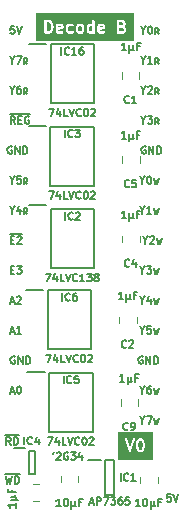
<source format=gto>
%TF.GenerationSoftware,KiCad,Pcbnew,7.0.5*%
%TF.CreationDate,2024-02-16T18:14:04+02:00*%
%TF.ProjectId,Device Decode stage B,44657669-6365-4204-9465-636f64652073,V0*%
%TF.SameCoordinates,PX54c81a0PY37b6b20*%
%TF.FileFunction,Legend,Top*%
%TF.FilePolarity,Positive*%
%FSLAX46Y46*%
G04 Gerber Fmt 4.6, Leading zero omitted, Abs format (unit mm)*
G04 Created by KiCad (PCBNEW 7.0.5) date 2024-02-16 18:14:04*
%MOMM*%
%LPD*%
G01*
G04 APERTURE LIST*
%ADD10C,0.150000*%
%ADD11C,0.200000*%
%ADD12C,0.120000*%
G04 APERTURE END LIST*
D10*
X12540839Y-15223582D02*
X12540839Y-15525963D01*
X12329173Y-14890963D02*
X12540839Y-15223582D01*
X12540839Y-15223582D02*
X12752506Y-14890963D01*
X13296792Y-15525963D02*
X12933935Y-15525963D01*
X13115363Y-15525963D02*
X13115363Y-14890963D01*
X13115363Y-14890963D02*
X13054887Y-14981677D01*
X13054887Y-14981677D02*
X12994411Y-15042153D01*
X12994411Y-15042153D02*
X12933935Y-15072391D01*
X13490316Y-15088115D02*
X13611268Y-15596115D01*
X13611268Y-15596115D02*
X13708030Y-15233258D01*
X13708030Y-15233258D02*
X13804792Y-15596115D01*
X13804792Y-15596115D02*
X13925745Y-15088115D01*
X12613410Y16418D02*
X12613410Y-285963D01*
X12401744Y349037D02*
X12613410Y16418D01*
X12613410Y16418D02*
X12825077Y349037D01*
X13157696Y349037D02*
X13218173Y349037D01*
X13218173Y349037D02*
X13278649Y318799D01*
X13278649Y318799D02*
X13308887Y288561D01*
X13308887Y288561D02*
X13339125Y228085D01*
X13339125Y228085D02*
X13369363Y107133D01*
X13369363Y107133D02*
X13369363Y-44058D01*
X13369363Y-44058D02*
X13339125Y-165010D01*
X13339125Y-165010D02*
X13308887Y-225486D01*
X13308887Y-225486D02*
X13278649Y-255725D01*
X13278649Y-255725D02*
X13218173Y-285963D01*
X13218173Y-285963D02*
X13157696Y-285963D01*
X13157696Y-285963D02*
X13097220Y-255725D01*
X13097220Y-255725D02*
X13066982Y-225486D01*
X13066982Y-225486D02*
X13036744Y-165010D01*
X13036744Y-165010D02*
X13006506Y-44058D01*
X13006506Y-44058D02*
X13006506Y107133D01*
X13006506Y107133D02*
X13036744Y228085D01*
X13036744Y228085D02*
X13066982Y288561D01*
X13066982Y288561D02*
X13097220Y318799D01*
X13097220Y318799D02*
X13157696Y349037D01*
X13901554Y-356115D02*
X13732220Y-114210D01*
X13611268Y-356115D02*
X13611268Y151885D01*
X13611268Y151885D02*
X13804792Y151885D01*
X13804792Y151885D02*
X13853173Y127695D01*
X13853173Y127695D02*
X13877363Y103504D01*
X13877363Y103504D02*
X13901554Y55123D01*
X13901554Y55123D02*
X13901554Y-17448D01*
X13901554Y-17448D02*
X13877363Y-65829D01*
X13877363Y-65829D02*
X13853173Y-90020D01*
X13853173Y-90020D02*
X13804792Y-114210D01*
X13804792Y-114210D02*
X13611268Y-114210D01*
D11*
G36*
X4664400Y666759D02*
G01*
X4731471Y599688D01*
X4766922Y528785D01*
X4808894Y360900D01*
X4808894Y242665D01*
X4766921Y74777D01*
X4731470Y3875D01*
X4664400Y-63196D01*
X4559334Y-98219D01*
X4437466Y-98219D01*
X4437466Y701781D01*
X4559333Y701781D01*
X4664400Y666759D01*
G37*
G36*
X5643882Y346294D02*
G01*
X5661333Y311393D01*
X5389847Y257096D01*
X5389847Y301985D01*
X5412001Y346294D01*
X5456310Y368448D01*
X5599574Y368448D01*
X5643882Y346294D01*
G37*
G36*
X7373468Y338644D02*
G01*
X7398138Y313974D01*
X7427942Y254367D01*
X7427942Y15865D01*
X7398138Y-43743D01*
X7373467Y-68414D01*
X7313860Y-98219D01*
X7218215Y-98219D01*
X7158608Y-68415D01*
X7133937Y-43743D01*
X7104133Y15865D01*
X7104133Y254366D01*
X7133937Y313975D01*
X7158607Y338644D01*
X7218215Y368448D01*
X7313860Y368448D01*
X7373468Y338644D01*
G37*
G36*
X8285085Y359026D02*
G01*
X8285085Y-88796D01*
X8266241Y-98219D01*
X8122977Y-98219D01*
X8063370Y-68415D01*
X8038699Y-43743D01*
X8008895Y15865D01*
X8008895Y254366D01*
X8038699Y313975D01*
X8063369Y338644D01*
X8122977Y368448D01*
X8266241Y368448D01*
X8285085Y359026D01*
G37*
G36*
X9167692Y346294D02*
G01*
X9185143Y311393D01*
X8913656Y257096D01*
X8913657Y301985D01*
X8935811Y346294D01*
X8980120Y368448D01*
X9123384Y368448D01*
X9167692Y346294D01*
G37*
G36*
X10902496Y190569D02*
G01*
X10921947Y171118D01*
X10951751Y111510D01*
X10951751Y15864D01*
X10921948Y-43743D01*
X10897277Y-68414D01*
X10837670Y-98219D01*
X10580324Y-98219D01*
X10580324Y225591D01*
X10797429Y225591D01*
X10902496Y190569D01*
G37*
G36*
X10849659Y671977D02*
G01*
X10874329Y647307D01*
X10904133Y587699D01*
X10904133Y539673D01*
X10874329Y480066D01*
X10849659Y455396D01*
X10791765Y426449D01*
X10787927Y426587D01*
X10786247Y425591D01*
X10580324Y425591D01*
X10580324Y701781D01*
X10790051Y701781D01*
X10849659Y671977D01*
G37*
G36*
X11835086Y-938857D02*
G01*
X3506514Y-938857D01*
X3506514Y-213051D01*
X4234305Y-213051D01*
X4243531Y-233254D01*
X4249789Y-254566D01*
X4255539Y-259548D01*
X4258700Y-266470D01*
X4277385Y-278478D01*
X4294171Y-293023D01*
X4301702Y-294105D01*
X4308103Y-298219D01*
X4330312Y-298219D01*
X4352298Y-301380D01*
X4359220Y-298219D01*
X4563021Y-298219D01*
X4579328Y-302373D01*
X4605467Y-293659D01*
X4631908Y-285896D01*
X4633187Y-284419D01*
X4744928Y-247172D01*
X4768366Y-242073D01*
X4782816Y-227622D01*
X4799599Y-215959D01*
X4803211Y-207227D01*
X4875501Y-134936D01*
X4889967Y-126345D01*
X4902280Y-101718D01*
X4915497Y-77514D01*
X4915357Y-75564D01*
X4942751Y-20776D01*
X4951168Y-12863D01*
X4955627Y4976D01*
X4957148Y8016D01*
X4959101Y18871D01*
X5001917Y190134D01*
X5008894Y200990D01*
X5008894Y218042D01*
X5009396Y220049D01*
X5008894Y232396D01*
X5008894Y314403D01*
X5186227Y314403D01*
X5189847Y305675D01*
X5189846Y161537D01*
X5188393Y158977D01*
X5189847Y132375D01*
X5189847Y-49975D01*
X5187273Y-73819D01*
X5196411Y-92096D01*
X5202170Y-111708D01*
X5209310Y-117895D01*
X5236630Y-172535D01*
X5236493Y-176420D01*
X5249637Y-198550D01*
X5254453Y-208182D01*
X5256956Y-210873D01*
X5266482Y-226911D01*
X5276564Y-231952D01*
X5284244Y-240208D01*
X5302320Y-244830D01*
X5383165Y-285253D01*
X5403341Y-298219D01*
X5423776Y-298219D01*
X5443892Y-301839D01*
X5452620Y-298219D01*
X5617795Y-298219D01*
X5641638Y-300793D01*
X5659914Y-291654D01*
X5679527Y-285896D01*
X5685715Y-278754D01*
X5776000Y-233612D01*
X5808026Y-203822D01*
X5822575Y-146927D01*
X5804055Y-91199D01*
X5758345Y-54329D01*
X5699959Y-48026D01*
X5599574Y-98219D01*
X5456310Y-98219D01*
X5412001Y-76064D01*
X5389847Y-31755D01*
X5389847Y53135D01*
X5768805Y128927D01*
X5780869Y127192D01*
X5797026Y134571D01*
X5799748Y135115D01*
X5810058Y140523D01*
X5834288Y151587D01*
X5835879Y154063D01*
X5838484Y155429D01*
X5851634Y178579D01*
X5866037Y200990D01*
X5866037Y203934D01*
X5867490Y206491D01*
X5866036Y233075D01*
X5866036Y266784D01*
X6043370Y266784D01*
X6046989Y258056D01*
X6046990Y-2356D01*
X6044416Y-26200D01*
X6053554Y-44476D01*
X6059313Y-64089D01*
X6066454Y-70277D01*
X6099558Y-136484D01*
X6103135Y-152927D01*
X6122618Y-172410D01*
X6141387Y-192588D01*
X6143279Y-193071D01*
X6162651Y-212444D01*
X6171244Y-226911D01*
X6195882Y-239230D01*
X6220073Y-252440D01*
X6222022Y-252300D01*
X6287927Y-285253D01*
X6308103Y-298219D01*
X6328538Y-298219D01*
X6348654Y-301839D01*
X6357382Y-298219D01*
X6522557Y-298219D01*
X6546400Y-300793D01*
X6564676Y-291654D01*
X6584289Y-285896D01*
X6590477Y-278754D01*
X6680762Y-233612D01*
X6712788Y-203822D01*
X6727337Y-146927D01*
X6708817Y-91199D01*
X6663107Y-54329D01*
X6604721Y-48026D01*
X6504336Y-98219D01*
X6361072Y-98219D01*
X6301465Y-68415D01*
X6276794Y-43743D01*
X6246990Y15865D01*
X6246990Y254366D01*
X6253199Y266784D01*
X6900513Y266784D01*
X6904133Y258056D01*
X6904132Y-2356D01*
X6901559Y-26200D01*
X6910697Y-44476D01*
X6916456Y-64089D01*
X6923597Y-70277D01*
X6956701Y-136484D01*
X6960278Y-152927D01*
X6979761Y-172410D01*
X6998530Y-192588D01*
X7000422Y-193071D01*
X7019794Y-212444D01*
X7028387Y-226911D01*
X7053025Y-239230D01*
X7077216Y-252440D01*
X7079165Y-252300D01*
X7145070Y-285253D01*
X7165246Y-298219D01*
X7185681Y-298219D01*
X7205797Y-301839D01*
X7214525Y-298219D01*
X7332081Y-298219D01*
X7355924Y-300793D01*
X7374200Y-291654D01*
X7393813Y-285896D01*
X7400001Y-278754D01*
X7466209Y-245650D01*
X7482653Y-242073D01*
X7502138Y-222587D01*
X7522312Y-203822D01*
X7522796Y-201928D01*
X7542169Y-182555D01*
X7556634Y-173964D01*
X7568951Y-149329D01*
X7582163Y-125133D01*
X7582023Y-123185D01*
X7614976Y-57280D01*
X7627942Y-37105D01*
X7627942Y-16669D01*
X7631562Y3446D01*
X7627941Y12175D01*
X7627942Y266784D01*
X7805275Y266784D01*
X7808895Y258056D01*
X7808895Y-2356D01*
X7806321Y-26200D01*
X7815459Y-44476D01*
X7821218Y-64089D01*
X7828359Y-70277D01*
X7861463Y-136484D01*
X7865040Y-152927D01*
X7884523Y-172410D01*
X7903292Y-192588D01*
X7905184Y-193071D01*
X7924556Y-212444D01*
X7933149Y-226911D01*
X7957787Y-239230D01*
X7981978Y-252440D01*
X7983927Y-252300D01*
X8049832Y-285253D01*
X8070008Y-298219D01*
X8090443Y-298219D01*
X8110559Y-301839D01*
X8119287Y-298219D01*
X8284462Y-298219D01*
X8308305Y-300793D01*
X8326581Y-291654D01*
X8336761Y-288665D01*
X8341790Y-293023D01*
X8399917Y-301380D01*
X8453336Y-276985D01*
X8485085Y-227582D01*
X8485085Y-163183D01*
X8489242Y-146927D01*
X8485085Y-134418D01*
X8485085Y314403D01*
X8710037Y314403D01*
X8713657Y305675D01*
X8713657Y161537D01*
X8712203Y158977D01*
X8713657Y132375D01*
X8713657Y-49975D01*
X8711083Y-73819D01*
X8720221Y-92096D01*
X8725980Y-111708D01*
X8733120Y-117895D01*
X8760440Y-172535D01*
X8760303Y-176420D01*
X8773447Y-198550D01*
X8778263Y-208182D01*
X8780766Y-210873D01*
X8790292Y-226911D01*
X8800374Y-231952D01*
X8808054Y-240208D01*
X8826130Y-244830D01*
X8906975Y-285253D01*
X8927151Y-298219D01*
X8947586Y-298219D01*
X8967702Y-301839D01*
X8976430Y-298219D01*
X9141605Y-298219D01*
X9165448Y-300793D01*
X9183724Y-291654D01*
X9203337Y-285896D01*
X9209525Y-278754D01*
X9299810Y-233612D01*
X9321914Y-213051D01*
X10377163Y-213051D01*
X10386389Y-233254D01*
X10392647Y-254566D01*
X10398397Y-259548D01*
X10401558Y-266470D01*
X10420243Y-278478D01*
X10437029Y-293023D01*
X10444560Y-294105D01*
X10450961Y-298219D01*
X10473170Y-298219D01*
X10495156Y-301380D01*
X10502078Y-298219D01*
X10855891Y-298219D01*
X10879734Y-300793D01*
X10898010Y-291654D01*
X10917623Y-285896D01*
X10923811Y-278754D01*
X10990019Y-245650D01*
X11006463Y-242073D01*
X11025948Y-222587D01*
X11046122Y-203822D01*
X11046606Y-201928D01*
X11065979Y-182555D01*
X11080444Y-173964D01*
X11092761Y-149329D01*
X11105973Y-125133D01*
X11105833Y-123185D01*
X11138786Y-57280D01*
X11151752Y-37105D01*
X11151752Y-16669D01*
X11155372Y3446D01*
X11151752Y12175D01*
X11151752Y129731D01*
X11154326Y153574D01*
X11145187Y171852D01*
X11139429Y191462D01*
X11132287Y197650D01*
X11099182Y263861D01*
X11095606Y280301D01*
X11076131Y299776D01*
X11057355Y319962D01*
X11055460Y320447D01*
X11031030Y344877D01*
X11028904Y347517D01*
X11032825Y349845D01*
X11045143Y374482D01*
X11058354Y398675D01*
X11058214Y400624D01*
X11091167Y466529D01*
X11104133Y486704D01*
X11104133Y507140D01*
X11107753Y527255D01*
X11104133Y535984D01*
X11104133Y605921D01*
X11106707Y629764D01*
X11097568Y648042D01*
X11091810Y667652D01*
X11084668Y673840D01*
X11051563Y740051D01*
X11047987Y756491D01*
X11028512Y775966D01*
X11009736Y796152D01*
X11007841Y796637D01*
X10988471Y816007D01*
X10979879Y830473D01*
X10955244Y842791D01*
X10931049Y856002D01*
X10929099Y855863D01*
X10863198Y888814D01*
X10843020Y901781D01*
X10822584Y901781D01*
X10802469Y905401D01*
X10793741Y901781D01*
X10487478Y901781D01*
X10465492Y904942D01*
X10445288Y895716D01*
X10423977Y889458D01*
X10418994Y883708D01*
X10412073Y880547D01*
X10400064Y861862D01*
X10385520Y845076D01*
X10384437Y837545D01*
X10380324Y831144D01*
X10380324Y808936D01*
X10377163Y786949D01*
X10380324Y780028D01*
X10380324Y332746D01*
X10377163Y310759D01*
X10380324Y303838D01*
X10380324Y-191064D01*
X10377163Y-213051D01*
X9321914Y-213051D01*
X9331836Y-203822D01*
X9346385Y-146927D01*
X9327865Y-91199D01*
X9282155Y-54329D01*
X9223769Y-48026D01*
X9123384Y-98219D01*
X8980120Y-98219D01*
X8935811Y-76064D01*
X8913657Y-31755D01*
X8913656Y53135D01*
X9292615Y128927D01*
X9304679Y127192D01*
X9320836Y134571D01*
X9323558Y135115D01*
X9333868Y140523D01*
X9358098Y151587D01*
X9359689Y154063D01*
X9362294Y155429D01*
X9375444Y178579D01*
X9389847Y200990D01*
X9389847Y203934D01*
X9391300Y206491D01*
X9389847Y233075D01*
X9389847Y320207D01*
X9392421Y344050D01*
X9383282Y362328D01*
X9377524Y381938D01*
X9370382Y388126D01*
X9343063Y442764D01*
X9343201Y446649D01*
X9330051Y468789D01*
X9325240Y478411D01*
X9322739Y481100D01*
X9313212Y497140D01*
X9303130Y502181D01*
X9295450Y510438D01*
X9277369Y515062D01*
X9196531Y555481D01*
X9176353Y568448D01*
X9155917Y568448D01*
X9135802Y572068D01*
X9127074Y568448D01*
X8961898Y568448D01*
X8938055Y571022D01*
X8919777Y561884D01*
X8900167Y556125D01*
X8893979Y548984D01*
X8839341Y521665D01*
X8835456Y521802D01*
X8813316Y508653D01*
X8803694Y503841D01*
X8801005Y501341D01*
X8784965Y491813D01*
X8779924Y481732D01*
X8771667Y474051D01*
X8767043Y455971D01*
X8726624Y375133D01*
X8713657Y354954D01*
X8713657Y334519D01*
X8710037Y314403D01*
X8485085Y314403D01*
X8485085Y419063D01*
X8486058Y446649D01*
X8485084Y448288D01*
X8485085Y816160D01*
X8472762Y858128D01*
X8428380Y896585D01*
X8370253Y904942D01*
X8316834Y880547D01*
X8285085Y831144D01*
X8285085Y570912D01*
X8278659Y572068D01*
X8269931Y568448D01*
X8104755Y568448D01*
X8080912Y571022D01*
X8062634Y561884D01*
X8043024Y556125D01*
X8036836Y548984D01*
X7970625Y515879D01*
X7954185Y512302D01*
X7934710Y492828D01*
X7914524Y474051D01*
X7914039Y472157D01*
X7894669Y452787D01*
X7880203Y444194D01*
X7867885Y419560D01*
X7854674Y395364D01*
X7854813Y393415D01*
X7821862Y327514D01*
X7808895Y307335D01*
X7808895Y286900D01*
X7805275Y266784D01*
X7627942Y266784D01*
X7627942Y272588D01*
X7630516Y296431D01*
X7621377Y314709D01*
X7615619Y334319D01*
X7608477Y340507D01*
X7575372Y406718D01*
X7571796Y423158D01*
X7552321Y442633D01*
X7533545Y462819D01*
X7531650Y463304D01*
X7512280Y482674D01*
X7503688Y497140D01*
X7479053Y509458D01*
X7454858Y522669D01*
X7452908Y522530D01*
X7387007Y555481D01*
X7366829Y568448D01*
X7346393Y568448D01*
X7326278Y572068D01*
X7317550Y568448D01*
X7199993Y568448D01*
X7176150Y571022D01*
X7157872Y561884D01*
X7138262Y556125D01*
X7132074Y548984D01*
X7065863Y515879D01*
X7049423Y512302D01*
X7029948Y492828D01*
X7009762Y474051D01*
X7009277Y472157D01*
X6989907Y452787D01*
X6975441Y444194D01*
X6963123Y419560D01*
X6949912Y395364D01*
X6950051Y393415D01*
X6917100Y327514D01*
X6904133Y307335D01*
X6904133Y286900D01*
X6900513Y266784D01*
X6253199Y266784D01*
X6276794Y313975D01*
X6301464Y338644D01*
X6361072Y368448D01*
X6504336Y368448D01*
X6591319Y324956D01*
X6634368Y317209D01*
X6688613Y339707D01*
X6722083Y387960D01*
X6724153Y446649D01*
X6694164Y497140D01*
X6577483Y555481D01*
X6557305Y568448D01*
X6536869Y568448D01*
X6516754Y572068D01*
X6508026Y568448D01*
X6342850Y568448D01*
X6319007Y571022D01*
X6300729Y561884D01*
X6281119Y556125D01*
X6274931Y548984D01*
X6208720Y515879D01*
X6192280Y512302D01*
X6172805Y492828D01*
X6152619Y474051D01*
X6152134Y472157D01*
X6132764Y452787D01*
X6118298Y444194D01*
X6105980Y419560D01*
X6092769Y395364D01*
X6092908Y393415D01*
X6059957Y327514D01*
X6046990Y307335D01*
X6046990Y286900D01*
X6043370Y266784D01*
X5866036Y266784D01*
X5866037Y320207D01*
X5868611Y344050D01*
X5859472Y362328D01*
X5853714Y381938D01*
X5846572Y388126D01*
X5819253Y442764D01*
X5819391Y446649D01*
X5806241Y468789D01*
X5801430Y478411D01*
X5798929Y481100D01*
X5789402Y497140D01*
X5779320Y502181D01*
X5771640Y510438D01*
X5753559Y515062D01*
X5672721Y555481D01*
X5652543Y568448D01*
X5632107Y568448D01*
X5611992Y572068D01*
X5603264Y568448D01*
X5438088Y568448D01*
X5414245Y571022D01*
X5395967Y561884D01*
X5376357Y556125D01*
X5370169Y548984D01*
X5315531Y521665D01*
X5311646Y521802D01*
X5289506Y508653D01*
X5279884Y503841D01*
X5277195Y501341D01*
X5261155Y491813D01*
X5256114Y481732D01*
X5247857Y474051D01*
X5243233Y455971D01*
X5202814Y375133D01*
X5189847Y354954D01*
X5189847Y334519D01*
X5186227Y314403D01*
X5008894Y314403D01*
X5008894Y356752D01*
X5013030Y368977D01*
X5008894Y385522D01*
X5008894Y387589D01*
X5005414Y399440D01*
X4962609Y570661D01*
X4963849Y582145D01*
X4955627Y598589D01*
X4954802Y601889D01*
X4949218Y611406D01*
X4908707Y692428D01*
X4905130Y708872D01*
X4885643Y728359D01*
X4866878Y748533D01*
X4864984Y749018D01*
X4792934Y821067D01*
X4777896Y839745D01*
X4758510Y846207D01*
X4740572Y856002D01*
X4731147Y855328D01*
X4619079Y892684D01*
X4604924Y901781D01*
X4577369Y901781D01*
X4549831Y902777D01*
X4548151Y901781D01*
X4344620Y901781D01*
X4322634Y904942D01*
X4302430Y895716D01*
X4281119Y889458D01*
X4276136Y883708D01*
X4269215Y880547D01*
X4257206Y861862D01*
X4242662Y845076D01*
X4241579Y837545D01*
X4237466Y831144D01*
X4237466Y808936D01*
X4234305Y786949D01*
X4237466Y780028D01*
X4237466Y-191064D01*
X4234305Y-213051D01*
X3506514Y-213051D01*
X3506514Y1446857D01*
X11835086Y1446857D01*
X11835086Y-938857D01*
G37*
D10*
X1392874Y-17733344D02*
X1604541Y-17733344D01*
X1695255Y-18065963D02*
X1392874Y-18065963D01*
X1392874Y-18065963D02*
X1392874Y-17430963D01*
X1392874Y-17430963D02*
X1695255Y-17430963D01*
X1937160Y-17491439D02*
X1967398Y-17461201D01*
X1967398Y-17461201D02*
X2027874Y-17430963D01*
X2027874Y-17430963D02*
X2179065Y-17430963D01*
X2179065Y-17430963D02*
X2239541Y-17461201D01*
X2239541Y-17461201D02*
X2269779Y-17491439D01*
X2269779Y-17491439D02*
X2300017Y-17551915D01*
X2300017Y-17551915D02*
X2300017Y-17612391D01*
X2300017Y-17612391D02*
X2269779Y-17703105D01*
X2269779Y-17703105D02*
X1906922Y-18065963D01*
X1906922Y-18065963D02*
X2300017Y-18065963D01*
X1305184Y-17254675D02*
X2357470Y-17254675D01*
X12613410Y-2523582D02*
X12613410Y-2825963D01*
X12401744Y-2190963D02*
X12613410Y-2523582D01*
X12613410Y-2523582D02*
X12825077Y-2190963D01*
X13369363Y-2825963D02*
X13006506Y-2825963D01*
X13187934Y-2825963D02*
X13187934Y-2190963D01*
X13187934Y-2190963D02*
X13127458Y-2281677D01*
X13127458Y-2281677D02*
X13066982Y-2342153D01*
X13066982Y-2342153D02*
X13006506Y-2372391D01*
X13901554Y-2896115D02*
X13732220Y-2654210D01*
X13611268Y-2896115D02*
X13611268Y-2388115D01*
X13611268Y-2388115D02*
X13804792Y-2388115D01*
X13804792Y-2388115D02*
X13853173Y-2412305D01*
X13853173Y-2412305D02*
X13877363Y-2436496D01*
X13877363Y-2436496D02*
X13901554Y-2484877D01*
X13901554Y-2484877D02*
X13901554Y-2557448D01*
X13901554Y-2557448D02*
X13877363Y-2605829D01*
X13877363Y-2605829D02*
X13853173Y-2630020D01*
X13853173Y-2630020D02*
X13804792Y-2654210D01*
X13804792Y-2654210D02*
X13611268Y-2654210D01*
X1392874Y-20273344D02*
X1604541Y-20273344D01*
X1695255Y-20605963D02*
X1392874Y-20605963D01*
X1392874Y-20605963D02*
X1392874Y-19970963D01*
X1392874Y-19970963D02*
X1695255Y-19970963D01*
X1906922Y-19970963D02*
X2300017Y-19970963D01*
X2300017Y-19970963D02*
X2088350Y-20212867D01*
X2088350Y-20212867D02*
X2179065Y-20212867D01*
X2179065Y-20212867D02*
X2239541Y-20243105D01*
X2239541Y-20243105D02*
X2269779Y-20273344D01*
X2269779Y-20273344D02*
X2300017Y-20333820D01*
X2300017Y-20333820D02*
X2300017Y-20485010D01*
X2300017Y-20485010D02*
X2269779Y-20545486D01*
X2269779Y-20545486D02*
X2239541Y-20575725D01*
X2239541Y-20575725D02*
X2179065Y-20605963D01*
X2179065Y-20605963D02*
X1997636Y-20605963D01*
X1997636Y-20605963D02*
X1937160Y-20575725D01*
X1937160Y-20575725D02*
X1906922Y-20545486D01*
X12540839Y-25383582D02*
X12540839Y-25685963D01*
X12329173Y-25050963D02*
X12540839Y-25383582D01*
X12540839Y-25383582D02*
X12752506Y-25050963D01*
X13266554Y-25050963D02*
X12964173Y-25050963D01*
X12964173Y-25050963D02*
X12933935Y-25353344D01*
X12933935Y-25353344D02*
X12964173Y-25323105D01*
X12964173Y-25323105D02*
X13024649Y-25292867D01*
X13024649Y-25292867D02*
X13175840Y-25292867D01*
X13175840Y-25292867D02*
X13236316Y-25323105D01*
X13236316Y-25323105D02*
X13266554Y-25353344D01*
X13266554Y-25353344D02*
X13296792Y-25413820D01*
X13296792Y-25413820D02*
X13296792Y-25565010D01*
X13296792Y-25565010D02*
X13266554Y-25625486D01*
X13266554Y-25625486D02*
X13236316Y-25655725D01*
X13236316Y-25655725D02*
X13175840Y-25685963D01*
X13175840Y-25685963D02*
X13024649Y-25685963D01*
X13024649Y-25685963D02*
X12964173Y-25655725D01*
X12964173Y-25655725D02*
X12933935Y-25625486D01*
X13490316Y-25248115D02*
X13611268Y-25756115D01*
X13611268Y-25756115D02*
X13708030Y-25393258D01*
X13708030Y-25393258D02*
X13804792Y-25756115D01*
X13804792Y-25756115D02*
X13925745Y-25248115D01*
X12800887Y-9841201D02*
X12740411Y-9810963D01*
X12740411Y-9810963D02*
X12649697Y-9810963D01*
X12649697Y-9810963D02*
X12558982Y-9841201D01*
X12558982Y-9841201D02*
X12498506Y-9901677D01*
X12498506Y-9901677D02*
X12468268Y-9962153D01*
X12468268Y-9962153D02*
X12438030Y-10083105D01*
X12438030Y-10083105D02*
X12438030Y-10173820D01*
X12438030Y-10173820D02*
X12468268Y-10294772D01*
X12468268Y-10294772D02*
X12498506Y-10355248D01*
X12498506Y-10355248D02*
X12558982Y-10415725D01*
X12558982Y-10415725D02*
X12649697Y-10445963D01*
X12649697Y-10445963D02*
X12710173Y-10445963D01*
X12710173Y-10445963D02*
X12800887Y-10415725D01*
X12800887Y-10415725D02*
X12831125Y-10385486D01*
X12831125Y-10385486D02*
X12831125Y-10173820D01*
X12831125Y-10173820D02*
X12710173Y-10173820D01*
X13103268Y-10445963D02*
X13103268Y-9810963D01*
X13103268Y-9810963D02*
X13466125Y-10445963D01*
X13466125Y-10445963D02*
X13466125Y-9810963D01*
X13768506Y-10445963D02*
X13768506Y-9810963D01*
X13768506Y-9810963D02*
X13919696Y-9810963D01*
X13919696Y-9810963D02*
X14010411Y-9841201D01*
X14010411Y-9841201D02*
X14070887Y-9901677D01*
X14070887Y-9901677D02*
X14101125Y-9962153D01*
X14101125Y-9962153D02*
X14131363Y-10083105D01*
X14131363Y-10083105D02*
X14131363Y-10173820D01*
X14131363Y-10173820D02*
X14101125Y-10294772D01*
X14101125Y-10294772D02*
X14070887Y-10355248D01*
X14070887Y-10355248D02*
X14010411Y-10415725D01*
X14010411Y-10415725D02*
X13919696Y-10445963D01*
X13919696Y-10445963D02*
X13768506Y-10445963D01*
X14953839Y-39274963D02*
X14651458Y-39274963D01*
X14651458Y-39274963D02*
X14621220Y-39577344D01*
X14621220Y-39577344D02*
X14651458Y-39547105D01*
X14651458Y-39547105D02*
X14711934Y-39516867D01*
X14711934Y-39516867D02*
X14863125Y-39516867D01*
X14863125Y-39516867D02*
X14923601Y-39547105D01*
X14923601Y-39547105D02*
X14953839Y-39577344D01*
X14953839Y-39577344D02*
X14984077Y-39637820D01*
X14984077Y-39637820D02*
X14984077Y-39789010D01*
X14984077Y-39789010D02*
X14953839Y-39849486D01*
X14953839Y-39849486D02*
X14923601Y-39879725D01*
X14923601Y-39879725D02*
X14863125Y-39909963D01*
X14863125Y-39909963D02*
X14711934Y-39909963D01*
X14711934Y-39909963D02*
X14651458Y-39879725D01*
X14651458Y-39879725D02*
X14621220Y-39849486D01*
X15165506Y-39274963D02*
X15377172Y-39909963D01*
X15377172Y-39909963D02*
X15588839Y-39274963D01*
X1362636Y-22964534D02*
X1665017Y-22964534D01*
X1302160Y-23145963D02*
X1513826Y-22510963D01*
X1513826Y-22510963D02*
X1725493Y-23145963D01*
X1906922Y-22571439D02*
X1937160Y-22541201D01*
X1937160Y-22541201D02*
X1997636Y-22510963D01*
X1997636Y-22510963D02*
X2148827Y-22510963D01*
X2148827Y-22510963D02*
X2209303Y-22541201D01*
X2209303Y-22541201D02*
X2239541Y-22571439D01*
X2239541Y-22571439D02*
X2269779Y-22631915D01*
X2269779Y-22631915D02*
X2269779Y-22692391D01*
X2269779Y-22692391D02*
X2239541Y-22783105D01*
X2239541Y-22783105D02*
X1876684Y-23145963D01*
X1876684Y-23145963D02*
X2269779Y-23145963D01*
X12613410Y-5063582D02*
X12613410Y-5365963D01*
X12401744Y-4730963D02*
X12613410Y-5063582D01*
X12613410Y-5063582D02*
X12825077Y-4730963D01*
X13006506Y-4791439D02*
X13036744Y-4761201D01*
X13036744Y-4761201D02*
X13097220Y-4730963D01*
X13097220Y-4730963D02*
X13248411Y-4730963D01*
X13248411Y-4730963D02*
X13308887Y-4761201D01*
X13308887Y-4761201D02*
X13339125Y-4791439D01*
X13339125Y-4791439D02*
X13369363Y-4851915D01*
X13369363Y-4851915D02*
X13369363Y-4912391D01*
X13369363Y-4912391D02*
X13339125Y-5003105D01*
X13339125Y-5003105D02*
X12976268Y-5365963D01*
X12976268Y-5365963D02*
X13369363Y-5365963D01*
X13901554Y-5436115D02*
X13732220Y-5194210D01*
X13611268Y-5436115D02*
X13611268Y-4928115D01*
X13611268Y-4928115D02*
X13804792Y-4928115D01*
X13804792Y-4928115D02*
X13853173Y-4952305D01*
X13853173Y-4952305D02*
X13877363Y-4976496D01*
X13877363Y-4976496D02*
X13901554Y-5024877D01*
X13901554Y-5024877D02*
X13901554Y-5097448D01*
X13901554Y-5097448D02*
X13877363Y-5145829D01*
X13877363Y-5145829D02*
X13853173Y-5170020D01*
X13853173Y-5170020D02*
X13804792Y-5194210D01*
X13804792Y-5194210D02*
X13611268Y-5194210D01*
X12540839Y-22843582D02*
X12540839Y-23145963D01*
X12329173Y-22510963D02*
X12540839Y-22843582D01*
X12540839Y-22843582D02*
X12752506Y-22510963D01*
X13236316Y-22722629D02*
X13236316Y-23145963D01*
X13085125Y-22480725D02*
X12933935Y-22934296D01*
X12933935Y-22934296D02*
X13327030Y-22934296D01*
X13490316Y-22708115D02*
X13611268Y-23216115D01*
X13611268Y-23216115D02*
X13708030Y-22853258D01*
X13708030Y-22853258D02*
X13804792Y-23216115D01*
X13804792Y-23216115D02*
X13925745Y-22708115D01*
X1362636Y-25504534D02*
X1665017Y-25504534D01*
X1302160Y-25685963D02*
X1513826Y-25050963D01*
X1513826Y-25050963D02*
X1725493Y-25685963D01*
X2269779Y-25685963D02*
X1906922Y-25685963D01*
X2088350Y-25685963D02*
X2088350Y-25050963D01*
X2088350Y-25050963D02*
X2027874Y-25141677D01*
X2027874Y-25141677D02*
X1967398Y-25202153D01*
X1967398Y-25202153D02*
X1906922Y-25232391D01*
X1513826Y-12683582D02*
X1513826Y-12985963D01*
X1302160Y-12350963D02*
X1513826Y-12683582D01*
X1513826Y-12683582D02*
X1725493Y-12350963D01*
X2239541Y-12350963D02*
X1937160Y-12350963D01*
X1937160Y-12350963D02*
X1906922Y-12653344D01*
X1906922Y-12653344D02*
X1937160Y-12623105D01*
X1937160Y-12623105D02*
X1997636Y-12592867D01*
X1997636Y-12592867D02*
X2148827Y-12592867D01*
X2148827Y-12592867D02*
X2209303Y-12623105D01*
X2209303Y-12623105D02*
X2239541Y-12653344D01*
X2239541Y-12653344D02*
X2269779Y-12713820D01*
X2269779Y-12713820D02*
X2269779Y-12865010D01*
X2269779Y-12865010D02*
X2239541Y-12925486D01*
X2239541Y-12925486D02*
X2209303Y-12955725D01*
X2209303Y-12955725D02*
X2148827Y-12985963D01*
X2148827Y-12985963D02*
X1997636Y-12985963D01*
X1997636Y-12985963D02*
X1937160Y-12955725D01*
X1937160Y-12955725D02*
X1906922Y-12925486D01*
X2801970Y-13056115D02*
X2632636Y-12814210D01*
X2511684Y-13056115D02*
X2511684Y-12548115D01*
X2511684Y-12548115D02*
X2705208Y-12548115D01*
X2705208Y-12548115D02*
X2753589Y-12572305D01*
X2753589Y-12572305D02*
X2777779Y-12596496D01*
X2777779Y-12596496D02*
X2801970Y-12644877D01*
X2801970Y-12644877D02*
X2801970Y-12717448D01*
X2801970Y-12717448D02*
X2777779Y-12765829D01*
X2777779Y-12765829D02*
X2753589Y-12790020D01*
X2753589Y-12790020D02*
X2705208Y-12814210D01*
X2705208Y-12814210D02*
X2511684Y-12814210D01*
X1471493Y-9841201D02*
X1411017Y-9810963D01*
X1411017Y-9810963D02*
X1320303Y-9810963D01*
X1320303Y-9810963D02*
X1229588Y-9841201D01*
X1229588Y-9841201D02*
X1169112Y-9901677D01*
X1169112Y-9901677D02*
X1138874Y-9962153D01*
X1138874Y-9962153D02*
X1108636Y-10083105D01*
X1108636Y-10083105D02*
X1108636Y-10173820D01*
X1108636Y-10173820D02*
X1138874Y-10294772D01*
X1138874Y-10294772D02*
X1169112Y-10355248D01*
X1169112Y-10355248D02*
X1229588Y-10415725D01*
X1229588Y-10415725D02*
X1320303Y-10445963D01*
X1320303Y-10445963D02*
X1380779Y-10445963D01*
X1380779Y-10445963D02*
X1471493Y-10415725D01*
X1471493Y-10415725D02*
X1501731Y-10385486D01*
X1501731Y-10385486D02*
X1501731Y-10173820D01*
X1501731Y-10173820D02*
X1380779Y-10173820D01*
X1773874Y-10445963D02*
X1773874Y-9810963D01*
X1773874Y-9810963D02*
X2136731Y-10445963D01*
X2136731Y-10445963D02*
X2136731Y-9810963D01*
X2439112Y-10445963D02*
X2439112Y-9810963D01*
X2439112Y-9810963D02*
X2590302Y-9810963D01*
X2590302Y-9810963D02*
X2681017Y-9841201D01*
X2681017Y-9841201D02*
X2741493Y-9901677D01*
X2741493Y-9901677D02*
X2771731Y-9962153D01*
X2771731Y-9962153D02*
X2801969Y-10083105D01*
X2801969Y-10083105D02*
X2801969Y-10173820D01*
X2801969Y-10173820D02*
X2771731Y-10294772D01*
X2771731Y-10294772D02*
X2741493Y-10355248D01*
X2741493Y-10355248D02*
X2681017Y-10415725D01*
X2681017Y-10415725D02*
X2590302Y-10445963D01*
X2590302Y-10445963D02*
X2439112Y-10445963D01*
X1362636Y-30584534D02*
X1665017Y-30584534D01*
X1302160Y-30765963D02*
X1513826Y-30130963D01*
X1513826Y-30130963D02*
X1725493Y-30765963D01*
X2058112Y-30130963D02*
X2118589Y-30130963D01*
X2118589Y-30130963D02*
X2179065Y-30161201D01*
X2179065Y-30161201D02*
X2209303Y-30191439D01*
X2209303Y-30191439D02*
X2239541Y-30251915D01*
X2239541Y-30251915D02*
X2269779Y-30372867D01*
X2269779Y-30372867D02*
X2269779Y-30524058D01*
X2269779Y-30524058D02*
X2239541Y-30645010D01*
X2239541Y-30645010D02*
X2209303Y-30705486D01*
X2209303Y-30705486D02*
X2179065Y-30735725D01*
X2179065Y-30735725D02*
X2118589Y-30765963D01*
X2118589Y-30765963D02*
X2058112Y-30765963D01*
X2058112Y-30765963D02*
X1997636Y-30735725D01*
X1997636Y-30735725D02*
X1967398Y-30705486D01*
X1967398Y-30705486D02*
X1937160Y-30645010D01*
X1937160Y-30645010D02*
X1906922Y-30524058D01*
X1906922Y-30524058D02*
X1906922Y-30372867D01*
X1906922Y-30372867D02*
X1937160Y-30251915D01*
X1937160Y-30251915D02*
X1967398Y-30191439D01*
X1967398Y-30191439D02*
X1997636Y-30161201D01*
X1997636Y-30161201D02*
X2058112Y-30130963D01*
X12794839Y-17763582D02*
X12794839Y-18065963D01*
X12583173Y-17430963D02*
X12794839Y-17763582D01*
X12794839Y-17763582D02*
X13006506Y-17430963D01*
X13187935Y-17491439D02*
X13218173Y-17461201D01*
X13218173Y-17461201D02*
X13278649Y-17430963D01*
X13278649Y-17430963D02*
X13429840Y-17430963D01*
X13429840Y-17430963D02*
X13490316Y-17461201D01*
X13490316Y-17461201D02*
X13520554Y-17491439D01*
X13520554Y-17491439D02*
X13550792Y-17551915D01*
X13550792Y-17551915D02*
X13550792Y-17612391D01*
X13550792Y-17612391D02*
X13520554Y-17703105D01*
X13520554Y-17703105D02*
X13157697Y-18065963D01*
X13157697Y-18065963D02*
X13550792Y-18065963D01*
X13744316Y-17628115D02*
X13865268Y-18136115D01*
X13865268Y-18136115D02*
X13962030Y-17773258D01*
X13962030Y-17773258D02*
X14058792Y-18136115D01*
X14058792Y-18136115D02*
X14179745Y-17628115D01*
X12546887Y-27621201D02*
X12486411Y-27590963D01*
X12486411Y-27590963D02*
X12395697Y-27590963D01*
X12395697Y-27590963D02*
X12304982Y-27621201D01*
X12304982Y-27621201D02*
X12244506Y-27681677D01*
X12244506Y-27681677D02*
X12214268Y-27742153D01*
X12214268Y-27742153D02*
X12184030Y-27863105D01*
X12184030Y-27863105D02*
X12184030Y-27953820D01*
X12184030Y-27953820D02*
X12214268Y-28074772D01*
X12214268Y-28074772D02*
X12244506Y-28135248D01*
X12244506Y-28135248D02*
X12304982Y-28195725D01*
X12304982Y-28195725D02*
X12395697Y-28225963D01*
X12395697Y-28225963D02*
X12456173Y-28225963D01*
X12456173Y-28225963D02*
X12546887Y-28195725D01*
X12546887Y-28195725D02*
X12577125Y-28165486D01*
X12577125Y-28165486D02*
X12577125Y-27953820D01*
X12577125Y-27953820D02*
X12456173Y-27953820D01*
X12849268Y-28225963D02*
X12849268Y-27590963D01*
X12849268Y-27590963D02*
X13212125Y-28225963D01*
X13212125Y-28225963D02*
X13212125Y-27590963D01*
X13514506Y-28225963D02*
X13514506Y-27590963D01*
X13514506Y-27590963D02*
X13665696Y-27590963D01*
X13665696Y-27590963D02*
X13756411Y-27621201D01*
X13756411Y-27621201D02*
X13816887Y-27681677D01*
X13816887Y-27681677D02*
X13847125Y-27742153D01*
X13847125Y-27742153D02*
X13877363Y-27863105D01*
X13877363Y-27863105D02*
X13877363Y-27953820D01*
X13877363Y-27953820D02*
X13847125Y-28074772D01*
X13847125Y-28074772D02*
X13816887Y-28135248D01*
X13816887Y-28135248D02*
X13756411Y-28195725D01*
X13756411Y-28195725D02*
X13665696Y-28225963D01*
X13665696Y-28225963D02*
X13514506Y-28225963D01*
X12540839Y-20303582D02*
X12540839Y-20605963D01*
X12329173Y-19970963D02*
X12540839Y-20303582D01*
X12540839Y-20303582D02*
X12752506Y-19970963D01*
X12903697Y-19970963D02*
X13296792Y-19970963D01*
X13296792Y-19970963D02*
X13085125Y-20212867D01*
X13085125Y-20212867D02*
X13175840Y-20212867D01*
X13175840Y-20212867D02*
X13236316Y-20243105D01*
X13236316Y-20243105D02*
X13266554Y-20273344D01*
X13266554Y-20273344D02*
X13296792Y-20333820D01*
X13296792Y-20333820D02*
X13296792Y-20485010D01*
X13296792Y-20485010D02*
X13266554Y-20545486D01*
X13266554Y-20545486D02*
X13236316Y-20575725D01*
X13236316Y-20575725D02*
X13175840Y-20605963D01*
X13175840Y-20605963D02*
X12994411Y-20605963D01*
X12994411Y-20605963D02*
X12933935Y-20575725D01*
X12933935Y-20575725D02*
X12903697Y-20545486D01*
X13490316Y-20168115D02*
X13611268Y-20676115D01*
X13611268Y-20676115D02*
X13708030Y-20313258D01*
X13708030Y-20313258D02*
X13804792Y-20676115D01*
X13804792Y-20676115D02*
X13925745Y-20168115D01*
X1513826Y-5063582D02*
X1513826Y-5365963D01*
X1302160Y-4730963D02*
X1513826Y-5063582D01*
X1513826Y-5063582D02*
X1725493Y-4730963D01*
X2209303Y-4730963D02*
X2088350Y-4730963D01*
X2088350Y-4730963D02*
X2027874Y-4761201D01*
X2027874Y-4761201D02*
X1997636Y-4791439D01*
X1997636Y-4791439D02*
X1937160Y-4882153D01*
X1937160Y-4882153D02*
X1906922Y-5003105D01*
X1906922Y-5003105D02*
X1906922Y-5245010D01*
X1906922Y-5245010D02*
X1937160Y-5305486D01*
X1937160Y-5305486D02*
X1967398Y-5335725D01*
X1967398Y-5335725D02*
X2027874Y-5365963D01*
X2027874Y-5365963D02*
X2148827Y-5365963D01*
X2148827Y-5365963D02*
X2209303Y-5335725D01*
X2209303Y-5335725D02*
X2239541Y-5305486D01*
X2239541Y-5305486D02*
X2269779Y-5245010D01*
X2269779Y-5245010D02*
X2269779Y-5093820D01*
X2269779Y-5093820D02*
X2239541Y-5033344D01*
X2239541Y-5033344D02*
X2209303Y-5003105D01*
X2209303Y-5003105D02*
X2148827Y-4972867D01*
X2148827Y-4972867D02*
X2027874Y-4972867D01*
X2027874Y-4972867D02*
X1967398Y-5003105D01*
X1967398Y-5003105D02*
X1937160Y-5033344D01*
X1937160Y-5033344D02*
X1906922Y-5093820D01*
X2801970Y-5436115D02*
X2632636Y-5194210D01*
X2511684Y-5436115D02*
X2511684Y-4928115D01*
X2511684Y-4928115D02*
X2705208Y-4928115D01*
X2705208Y-4928115D02*
X2753589Y-4952305D01*
X2753589Y-4952305D02*
X2777779Y-4976496D01*
X2777779Y-4976496D02*
X2801970Y-5024877D01*
X2801970Y-5024877D02*
X2801970Y-5097448D01*
X2801970Y-5097448D02*
X2777779Y-5145829D01*
X2777779Y-5145829D02*
X2753589Y-5170020D01*
X2753589Y-5170020D02*
X2705208Y-5194210D01*
X2705208Y-5194210D02*
X2511684Y-5194210D01*
X1755731Y-7905963D02*
X1544064Y-7603582D01*
X1392874Y-7905963D02*
X1392874Y-7270963D01*
X1392874Y-7270963D02*
X1634779Y-7270963D01*
X1634779Y-7270963D02*
X1695255Y-7301201D01*
X1695255Y-7301201D02*
X1725493Y-7331439D01*
X1725493Y-7331439D02*
X1755731Y-7391915D01*
X1755731Y-7391915D02*
X1755731Y-7482629D01*
X1755731Y-7482629D02*
X1725493Y-7543105D01*
X1725493Y-7543105D02*
X1695255Y-7573344D01*
X1695255Y-7573344D02*
X1634779Y-7603582D01*
X1634779Y-7603582D02*
X1392874Y-7603582D01*
X2027874Y-7573344D02*
X2239541Y-7573344D01*
X2330255Y-7905963D02*
X2027874Y-7905963D01*
X2027874Y-7905963D02*
X2027874Y-7270963D01*
X2027874Y-7270963D02*
X2330255Y-7270963D01*
X2935017Y-7301201D02*
X2874541Y-7270963D01*
X2874541Y-7270963D02*
X2783827Y-7270963D01*
X2783827Y-7270963D02*
X2693112Y-7301201D01*
X2693112Y-7301201D02*
X2632636Y-7361677D01*
X2632636Y-7361677D02*
X2602398Y-7422153D01*
X2602398Y-7422153D02*
X2572160Y-7543105D01*
X2572160Y-7543105D02*
X2572160Y-7633820D01*
X2572160Y-7633820D02*
X2602398Y-7754772D01*
X2602398Y-7754772D02*
X2632636Y-7815248D01*
X2632636Y-7815248D02*
X2693112Y-7875725D01*
X2693112Y-7875725D02*
X2783827Y-7905963D01*
X2783827Y-7905963D02*
X2844303Y-7905963D01*
X2844303Y-7905963D02*
X2935017Y-7875725D01*
X2935017Y-7875725D02*
X2965255Y-7845486D01*
X2965255Y-7845486D02*
X2965255Y-7633820D01*
X2965255Y-7633820D02*
X2844303Y-7633820D01*
X1305184Y-7094675D02*
X3022708Y-7094675D01*
X1374731Y-35083963D02*
X1163064Y-34781582D01*
X1011874Y-35083963D02*
X1011874Y-34448963D01*
X1011874Y-34448963D02*
X1253779Y-34448963D01*
X1253779Y-34448963D02*
X1314255Y-34479201D01*
X1314255Y-34479201D02*
X1344493Y-34509439D01*
X1344493Y-34509439D02*
X1374731Y-34569915D01*
X1374731Y-34569915D02*
X1374731Y-34660629D01*
X1374731Y-34660629D02*
X1344493Y-34721105D01*
X1344493Y-34721105D02*
X1314255Y-34751344D01*
X1314255Y-34751344D02*
X1253779Y-34781582D01*
X1253779Y-34781582D02*
X1011874Y-34781582D01*
X1646874Y-35083963D02*
X1646874Y-34448963D01*
X1646874Y-34448963D02*
X1798064Y-34448963D01*
X1798064Y-34448963D02*
X1888779Y-34479201D01*
X1888779Y-34479201D02*
X1949255Y-34539677D01*
X1949255Y-34539677D02*
X1979493Y-34600153D01*
X1979493Y-34600153D02*
X2009731Y-34721105D01*
X2009731Y-34721105D02*
X2009731Y-34811820D01*
X2009731Y-34811820D02*
X1979493Y-34932772D01*
X1979493Y-34932772D02*
X1949255Y-34993248D01*
X1949255Y-34993248D02*
X1888779Y-35053725D01*
X1888779Y-35053725D02*
X1798064Y-35083963D01*
X1798064Y-35083963D02*
X1646874Y-35083963D01*
X924184Y-34272675D02*
X2067184Y-34272675D01*
X12613410Y-7603582D02*
X12613410Y-7905963D01*
X12401744Y-7270963D02*
X12613410Y-7603582D01*
X12613410Y-7603582D02*
X12825077Y-7270963D01*
X12976268Y-7270963D02*
X13369363Y-7270963D01*
X13369363Y-7270963D02*
X13157696Y-7512867D01*
X13157696Y-7512867D02*
X13248411Y-7512867D01*
X13248411Y-7512867D02*
X13308887Y-7543105D01*
X13308887Y-7543105D02*
X13339125Y-7573344D01*
X13339125Y-7573344D02*
X13369363Y-7633820D01*
X13369363Y-7633820D02*
X13369363Y-7785010D01*
X13369363Y-7785010D02*
X13339125Y-7845486D01*
X13339125Y-7845486D02*
X13308887Y-7875725D01*
X13308887Y-7875725D02*
X13248411Y-7905963D01*
X13248411Y-7905963D02*
X13066982Y-7905963D01*
X13066982Y-7905963D02*
X13006506Y-7875725D01*
X13006506Y-7875725D02*
X12976268Y-7845486D01*
X13901554Y-7976115D02*
X13732220Y-7734210D01*
X13611268Y-7976115D02*
X13611268Y-7468115D01*
X13611268Y-7468115D02*
X13804792Y-7468115D01*
X13804792Y-7468115D02*
X13853173Y-7492305D01*
X13853173Y-7492305D02*
X13877363Y-7516496D01*
X13877363Y-7516496D02*
X13901554Y-7564877D01*
X13901554Y-7564877D02*
X13901554Y-7637448D01*
X13901554Y-7637448D02*
X13877363Y-7685829D01*
X13877363Y-7685829D02*
X13853173Y-7710020D01*
X13853173Y-7710020D02*
X13804792Y-7734210D01*
X13804792Y-7734210D02*
X13611268Y-7734210D01*
X12540839Y-12683582D02*
X12540839Y-12985963D01*
X12329173Y-12350963D02*
X12540839Y-12683582D01*
X12540839Y-12683582D02*
X12752506Y-12350963D01*
X13085125Y-12350963D02*
X13145602Y-12350963D01*
X13145602Y-12350963D02*
X13206078Y-12381201D01*
X13206078Y-12381201D02*
X13236316Y-12411439D01*
X13236316Y-12411439D02*
X13266554Y-12471915D01*
X13266554Y-12471915D02*
X13296792Y-12592867D01*
X13296792Y-12592867D02*
X13296792Y-12744058D01*
X13296792Y-12744058D02*
X13266554Y-12865010D01*
X13266554Y-12865010D02*
X13236316Y-12925486D01*
X13236316Y-12925486D02*
X13206078Y-12955725D01*
X13206078Y-12955725D02*
X13145602Y-12985963D01*
X13145602Y-12985963D02*
X13085125Y-12985963D01*
X13085125Y-12985963D02*
X13024649Y-12955725D01*
X13024649Y-12955725D02*
X12994411Y-12925486D01*
X12994411Y-12925486D02*
X12964173Y-12865010D01*
X12964173Y-12865010D02*
X12933935Y-12744058D01*
X12933935Y-12744058D02*
X12933935Y-12592867D01*
X12933935Y-12592867D02*
X12964173Y-12471915D01*
X12964173Y-12471915D02*
X12994411Y-12411439D01*
X12994411Y-12411439D02*
X13024649Y-12381201D01*
X13024649Y-12381201D02*
X13085125Y-12350963D01*
X13490316Y-12548115D02*
X13611268Y-13056115D01*
X13611268Y-13056115D02*
X13708030Y-12693258D01*
X13708030Y-12693258D02*
X13804792Y-13056115D01*
X13804792Y-13056115D02*
X13925745Y-12548115D01*
X1513826Y-2523582D02*
X1513826Y-2825963D01*
X1302160Y-2190963D02*
X1513826Y-2523582D01*
X1513826Y-2523582D02*
X1725493Y-2190963D01*
X1876684Y-2190963D02*
X2300017Y-2190963D01*
X2300017Y-2190963D02*
X2027874Y-2825963D01*
X2801970Y-2896115D02*
X2632636Y-2654210D01*
X2511684Y-2896115D02*
X2511684Y-2388115D01*
X2511684Y-2388115D02*
X2705208Y-2388115D01*
X2705208Y-2388115D02*
X2753589Y-2412305D01*
X2753589Y-2412305D02*
X2777779Y-2436496D01*
X2777779Y-2436496D02*
X2801970Y-2484877D01*
X2801970Y-2484877D02*
X2801970Y-2557448D01*
X2801970Y-2557448D02*
X2777779Y-2605829D01*
X2777779Y-2605829D02*
X2753589Y-2630020D01*
X2753589Y-2630020D02*
X2705208Y-2654210D01*
X2705208Y-2654210D02*
X2511684Y-2654210D01*
X1513826Y-15223582D02*
X1513826Y-15525963D01*
X1302160Y-14890963D02*
X1513826Y-15223582D01*
X1513826Y-15223582D02*
X1725493Y-14890963D01*
X2209303Y-15102629D02*
X2209303Y-15525963D01*
X2058112Y-14860725D02*
X1906922Y-15314296D01*
X1906922Y-15314296D02*
X2300017Y-15314296D01*
X2801970Y-15596115D02*
X2632636Y-15354210D01*
X2511684Y-15596115D02*
X2511684Y-15088115D01*
X2511684Y-15088115D02*
X2705208Y-15088115D01*
X2705208Y-15088115D02*
X2753589Y-15112305D01*
X2753589Y-15112305D02*
X2777779Y-15136496D01*
X2777779Y-15136496D02*
X2801970Y-15184877D01*
X2801970Y-15184877D02*
X2801970Y-15257448D01*
X2801970Y-15257448D02*
X2777779Y-15305829D01*
X2777779Y-15305829D02*
X2753589Y-15330020D01*
X2753589Y-15330020D02*
X2705208Y-15354210D01*
X2705208Y-15354210D02*
X2511684Y-15354210D01*
X12540839Y-30463582D02*
X12540839Y-30765963D01*
X12329173Y-30130963D02*
X12540839Y-30463582D01*
X12540839Y-30463582D02*
X12752506Y-30130963D01*
X13236316Y-30130963D02*
X13115363Y-30130963D01*
X13115363Y-30130963D02*
X13054887Y-30161201D01*
X13054887Y-30161201D02*
X13024649Y-30191439D01*
X13024649Y-30191439D02*
X12964173Y-30282153D01*
X12964173Y-30282153D02*
X12933935Y-30403105D01*
X12933935Y-30403105D02*
X12933935Y-30645010D01*
X12933935Y-30645010D02*
X12964173Y-30705486D01*
X12964173Y-30705486D02*
X12994411Y-30735725D01*
X12994411Y-30735725D02*
X13054887Y-30765963D01*
X13054887Y-30765963D02*
X13175840Y-30765963D01*
X13175840Y-30765963D02*
X13236316Y-30735725D01*
X13236316Y-30735725D02*
X13266554Y-30705486D01*
X13266554Y-30705486D02*
X13296792Y-30645010D01*
X13296792Y-30645010D02*
X13296792Y-30493820D01*
X13296792Y-30493820D02*
X13266554Y-30433344D01*
X13266554Y-30433344D02*
X13236316Y-30403105D01*
X13236316Y-30403105D02*
X13175840Y-30372867D01*
X13175840Y-30372867D02*
X13054887Y-30372867D01*
X13054887Y-30372867D02*
X12994411Y-30403105D01*
X12994411Y-30403105D02*
X12964173Y-30433344D01*
X12964173Y-30433344D02*
X12933935Y-30493820D01*
X13490316Y-30328115D02*
X13611268Y-30836115D01*
X13611268Y-30836115D02*
X13708030Y-30473258D01*
X13708030Y-30473258D02*
X13804792Y-30836115D01*
X13804792Y-30836115D02*
X13925745Y-30328115D01*
X12540839Y-33003582D02*
X12540839Y-33305963D01*
X12329173Y-32670963D02*
X12540839Y-33003582D01*
X12540839Y-33003582D02*
X12752506Y-32670963D01*
X12903697Y-32670963D02*
X13327030Y-32670963D01*
X13327030Y-32670963D02*
X13054887Y-33305963D01*
X13490316Y-32868115D02*
X13611268Y-33376115D01*
X13611268Y-33376115D02*
X13708030Y-33013258D01*
X13708030Y-33013258D02*
X13804792Y-33376115D01*
X13804792Y-33376115D02*
X13925745Y-32868115D01*
D11*
G36*
X12450192Y-34761023D02*
G01*
X12474861Y-34785692D01*
X12510313Y-34856596D01*
X12552285Y-35024482D01*
X12552285Y-35237953D01*
X12510313Y-35405842D01*
X12474862Y-35476743D01*
X12450191Y-35501414D01*
X12390584Y-35531219D01*
X12342558Y-35531219D01*
X12282951Y-35501415D01*
X12258280Y-35476743D01*
X12222828Y-35405840D01*
X12180857Y-35237954D01*
X12180857Y-35024482D01*
X12222828Y-34856595D01*
X12258280Y-34785692D01*
X12282950Y-34761022D01*
X12342558Y-34731219D01*
X12390584Y-34731219D01*
X12450192Y-34761023D01*
G37*
G36*
X13435619Y-36371857D02*
G01*
X10440381Y-36371857D01*
X10440381Y-34634986D01*
X11024322Y-34634986D01*
X11361220Y-35645679D01*
X11360813Y-35656949D01*
X11370328Y-35673002D01*
X11371488Y-35676482D01*
X11377622Y-35685309D01*
X11390756Y-35707467D01*
X11394232Y-35709209D01*
X11396450Y-35712400D01*
X11420241Y-35722242D01*
X11443258Y-35733776D01*
X11447121Y-35733362D01*
X11450715Y-35734849D01*
X11476045Y-35730266D01*
X11501650Y-35727526D01*
X11504680Y-35725086D01*
X11508502Y-35724395D01*
X11527328Y-35706851D01*
X11547392Y-35690698D01*
X11548621Y-35687009D01*
X11551465Y-35684360D01*
X11557821Y-35659409D01*
X11695613Y-35246033D01*
X11976721Y-35246033D01*
X11980857Y-35262577D01*
X11980857Y-35264645D01*
X11984336Y-35276495D01*
X12027141Y-35447715D01*
X12025902Y-35459200D01*
X12034123Y-35475642D01*
X12034949Y-35478945D01*
X12040534Y-35488465D01*
X12081044Y-35569484D01*
X12084621Y-35585927D01*
X12104104Y-35605410D01*
X12122873Y-35625588D01*
X12124765Y-35626071D01*
X12144137Y-35645444D01*
X12152730Y-35659911D01*
X12177368Y-35672230D01*
X12201559Y-35685440D01*
X12203508Y-35685300D01*
X12269413Y-35718253D01*
X12289589Y-35731219D01*
X12310024Y-35731219D01*
X12330140Y-35734839D01*
X12338868Y-35731219D01*
X12408805Y-35731219D01*
X12432648Y-35733793D01*
X12450924Y-35724654D01*
X12470537Y-35718896D01*
X12476725Y-35711754D01*
X12542933Y-35678650D01*
X12559377Y-35675073D01*
X12578862Y-35655587D01*
X12599036Y-35636822D01*
X12599520Y-35634928D01*
X12618893Y-35615555D01*
X12633358Y-35606964D01*
X12645675Y-35582329D01*
X12658887Y-35558133D01*
X12658747Y-35556185D01*
X12686142Y-35501395D01*
X12694559Y-35493482D01*
X12699018Y-35475643D01*
X12700539Y-35472603D01*
X12702492Y-35461748D01*
X12745308Y-35290485D01*
X12752285Y-35279629D01*
X12752285Y-35262577D01*
X12752787Y-35260570D01*
X12752285Y-35248223D01*
X12752285Y-35028629D01*
X12756421Y-35016404D01*
X12752285Y-34999859D01*
X12752285Y-34997792D01*
X12748805Y-34985941D01*
X12706000Y-34814720D01*
X12707240Y-34803236D01*
X12699018Y-34786792D01*
X12698193Y-34783492D01*
X12692609Y-34773975D01*
X12652096Y-34692949D01*
X12648520Y-34676509D01*
X12629045Y-34657034D01*
X12610269Y-34636848D01*
X12608374Y-34636363D01*
X12589004Y-34616993D01*
X12580412Y-34602527D01*
X12555777Y-34590209D01*
X12531582Y-34576998D01*
X12529632Y-34577137D01*
X12463731Y-34544186D01*
X12443553Y-34531219D01*
X12423117Y-34531219D01*
X12403002Y-34527599D01*
X12394274Y-34531219D01*
X12324336Y-34531219D01*
X12300493Y-34528645D01*
X12282215Y-34537783D01*
X12262605Y-34543542D01*
X12256417Y-34550683D01*
X12190206Y-34583788D01*
X12173766Y-34587365D01*
X12154291Y-34606839D01*
X12134105Y-34625616D01*
X12133620Y-34627510D01*
X12114250Y-34646880D01*
X12099784Y-34655473D01*
X12087466Y-34680107D01*
X12074255Y-34704303D01*
X12074394Y-34706252D01*
X12047000Y-34761040D01*
X12038583Y-34768955D01*
X12034122Y-34786795D01*
X12032603Y-34789835D01*
X12030650Y-34800686D01*
X11987833Y-34971951D01*
X11980857Y-34982808D01*
X11980857Y-34999858D01*
X11980355Y-35001867D01*
X11980857Y-35014213D01*
X11980857Y-35233807D01*
X11976721Y-35246033D01*
X11695613Y-35246033D01*
X11894557Y-34649201D01*
X11896138Y-34605490D01*
X11866195Y-34554972D01*
X11813693Y-34528662D01*
X11755301Y-34534913D01*
X11709559Y-34571740D01*
X11461809Y-35314990D01*
X11218797Y-34585955D01*
X11193835Y-34550038D01*
X11139570Y-34527589D01*
X11081783Y-34538042D01*
X11038819Y-34578078D01*
X11024322Y-34634986D01*
X10440381Y-34634986D01*
X10440381Y-33986143D01*
X13435619Y-33986143D01*
X13435619Y-36371857D01*
G37*
D10*
X1725493Y-27621201D02*
X1665017Y-27590963D01*
X1665017Y-27590963D02*
X1574303Y-27590963D01*
X1574303Y-27590963D02*
X1483588Y-27621201D01*
X1483588Y-27621201D02*
X1423112Y-27681677D01*
X1423112Y-27681677D02*
X1392874Y-27742153D01*
X1392874Y-27742153D02*
X1362636Y-27863105D01*
X1362636Y-27863105D02*
X1362636Y-27953820D01*
X1362636Y-27953820D02*
X1392874Y-28074772D01*
X1392874Y-28074772D02*
X1423112Y-28135248D01*
X1423112Y-28135248D02*
X1483588Y-28195725D01*
X1483588Y-28195725D02*
X1574303Y-28225963D01*
X1574303Y-28225963D02*
X1634779Y-28225963D01*
X1634779Y-28225963D02*
X1725493Y-28195725D01*
X1725493Y-28195725D02*
X1755731Y-28165486D01*
X1755731Y-28165486D02*
X1755731Y-27953820D01*
X1755731Y-27953820D02*
X1634779Y-27953820D01*
X2027874Y-28225963D02*
X2027874Y-27590963D01*
X2027874Y-27590963D02*
X2390731Y-28225963D01*
X2390731Y-28225963D02*
X2390731Y-27590963D01*
X2693112Y-28225963D02*
X2693112Y-27590963D01*
X2693112Y-27590963D02*
X2844302Y-27590963D01*
X2844302Y-27590963D02*
X2935017Y-27621201D01*
X2935017Y-27621201D02*
X2995493Y-27681677D01*
X2995493Y-27681677D02*
X3025731Y-27742153D01*
X3025731Y-27742153D02*
X3055969Y-27863105D01*
X3055969Y-27863105D02*
X3055969Y-27953820D01*
X3055969Y-27953820D02*
X3025731Y-28074772D01*
X3025731Y-28074772D02*
X2995493Y-28135248D01*
X2995493Y-28135248D02*
X2935017Y-28195725D01*
X2935017Y-28195725D02*
X2844302Y-28225963D01*
X2844302Y-28225963D02*
X2693112Y-28225963D01*
X951398Y-37750963D02*
X1102588Y-38385963D01*
X1102588Y-38385963D02*
X1223541Y-37932391D01*
X1223541Y-37932391D02*
X1344493Y-38385963D01*
X1344493Y-38385963D02*
X1495684Y-37750963D01*
X1737588Y-38385963D02*
X1737588Y-37750963D01*
X1737588Y-37750963D02*
X1888778Y-37750963D01*
X1888778Y-37750963D02*
X1979493Y-37781201D01*
X1979493Y-37781201D02*
X2039969Y-37841677D01*
X2039969Y-37841677D02*
X2070207Y-37902153D01*
X2070207Y-37902153D02*
X2100445Y-38023105D01*
X2100445Y-38023105D02*
X2100445Y-38113820D01*
X2100445Y-38113820D02*
X2070207Y-38234772D01*
X2070207Y-38234772D02*
X2039969Y-38295248D01*
X2039969Y-38295248D02*
X1979493Y-38355725D01*
X1979493Y-38355725D02*
X1888778Y-38385963D01*
X1888778Y-38385963D02*
X1737588Y-38385963D01*
X924184Y-37574675D02*
X2157898Y-37574675D01*
X1695255Y349037D02*
X1392874Y349037D01*
X1392874Y349037D02*
X1362636Y46656D01*
X1362636Y46656D02*
X1392874Y76895D01*
X1392874Y76895D02*
X1453350Y107133D01*
X1453350Y107133D02*
X1604541Y107133D01*
X1604541Y107133D02*
X1665017Y76895D01*
X1665017Y76895D02*
X1695255Y46656D01*
X1695255Y46656D02*
X1725493Y-13820D01*
X1725493Y-13820D02*
X1725493Y-165010D01*
X1725493Y-165010D02*
X1695255Y-225486D01*
X1695255Y-225486D02*
X1665017Y-255725D01*
X1665017Y-255725D02*
X1604541Y-285963D01*
X1604541Y-285963D02*
X1453350Y-285963D01*
X1453350Y-285963D02*
X1392874Y-255725D01*
X1392874Y-255725D02*
X1362636Y-225486D01*
X1906922Y349037D02*
X2118588Y-285963D01*
X2118588Y-285963D02*
X2330255Y349037D01*
%TO.C,C10*%
X5624285Y-40290963D02*
X5261428Y-40290963D01*
X5442856Y-40290963D02*
X5442856Y-39655963D01*
X5442856Y-39655963D02*
X5382380Y-39746677D01*
X5382380Y-39746677D02*
X5321904Y-39807153D01*
X5321904Y-39807153D02*
X5261428Y-39837391D01*
X6017380Y-39655963D02*
X6077857Y-39655963D01*
X6077857Y-39655963D02*
X6138333Y-39686201D01*
X6138333Y-39686201D02*
X6168571Y-39716439D01*
X6168571Y-39716439D02*
X6198809Y-39776915D01*
X6198809Y-39776915D02*
X6229047Y-39897867D01*
X6229047Y-39897867D02*
X6229047Y-40049058D01*
X6229047Y-40049058D02*
X6198809Y-40170010D01*
X6198809Y-40170010D02*
X6168571Y-40230486D01*
X6168571Y-40230486D02*
X6138333Y-40260725D01*
X6138333Y-40260725D02*
X6077857Y-40290963D01*
X6077857Y-40290963D02*
X6017380Y-40290963D01*
X6017380Y-40290963D02*
X5956904Y-40260725D01*
X5956904Y-40260725D02*
X5926666Y-40230486D01*
X5926666Y-40230486D02*
X5896428Y-40170010D01*
X5896428Y-40170010D02*
X5866190Y-40049058D01*
X5866190Y-40049058D02*
X5866190Y-39897867D01*
X5866190Y-39897867D02*
X5896428Y-39776915D01*
X5896428Y-39776915D02*
X5926666Y-39716439D01*
X5926666Y-39716439D02*
X5956904Y-39686201D01*
X5956904Y-39686201D02*
X6017380Y-39655963D01*
X6501190Y-39867629D02*
X6501190Y-40502629D01*
X6803571Y-40200248D02*
X6833809Y-40260725D01*
X6833809Y-40260725D02*
X6894285Y-40290963D01*
X6501190Y-40200248D02*
X6531428Y-40260725D01*
X6531428Y-40260725D02*
X6591904Y-40290963D01*
X6591904Y-40290963D02*
X6712857Y-40290963D01*
X6712857Y-40290963D02*
X6773333Y-40260725D01*
X6773333Y-40260725D02*
X6803571Y-40200248D01*
X6803571Y-40200248D02*
X6803571Y-39867629D01*
X7378095Y-39958344D02*
X7166428Y-39958344D01*
X7166428Y-40290963D02*
X7166428Y-39655963D01*
X7166428Y-39655963D02*
X7468809Y-39655963D01*
%TO.C,IC1*%
X10683119Y-38131963D02*
X10683119Y-37496963D01*
X11348357Y-38071486D02*
X11318119Y-38101725D01*
X11318119Y-38101725D02*
X11227405Y-38131963D01*
X11227405Y-38131963D02*
X11166929Y-38131963D01*
X11166929Y-38131963D02*
X11076214Y-38101725D01*
X11076214Y-38101725D02*
X11015738Y-38041248D01*
X11015738Y-38041248D02*
X10985500Y-37980772D01*
X10985500Y-37980772D02*
X10955262Y-37859820D01*
X10955262Y-37859820D02*
X10955262Y-37769105D01*
X10955262Y-37769105D02*
X10985500Y-37648153D01*
X10985500Y-37648153D02*
X11015738Y-37587677D01*
X11015738Y-37587677D02*
X11076214Y-37527201D01*
X11076214Y-37527201D02*
X11166929Y-37496963D01*
X11166929Y-37496963D02*
X11227405Y-37496963D01*
X11227405Y-37496963D02*
X11318119Y-37527201D01*
X11318119Y-37527201D02*
X11348357Y-37557439D01*
X11953119Y-38131963D02*
X11590262Y-38131963D01*
X11771690Y-38131963D02*
X11771690Y-37496963D01*
X11771690Y-37496963D02*
X11711214Y-37587677D01*
X11711214Y-37587677D02*
X11650738Y-37648153D01*
X11650738Y-37648153D02*
X11590262Y-37678391D01*
X8100785Y-39982534D02*
X8403166Y-39982534D01*
X8040309Y-40163963D02*
X8251975Y-39528963D01*
X8251975Y-39528963D02*
X8463642Y-40163963D01*
X8675309Y-40163963D02*
X8675309Y-39528963D01*
X8675309Y-39528963D02*
X8917214Y-39528963D01*
X8917214Y-39528963D02*
X8977690Y-39559201D01*
X8977690Y-39559201D02*
X9007928Y-39589439D01*
X9007928Y-39589439D02*
X9038166Y-39649915D01*
X9038166Y-39649915D02*
X9038166Y-39740629D01*
X9038166Y-39740629D02*
X9007928Y-39801105D01*
X9007928Y-39801105D02*
X8977690Y-39831344D01*
X8977690Y-39831344D02*
X8917214Y-39861582D01*
X8917214Y-39861582D02*
X8675309Y-39861582D01*
X9249833Y-39528963D02*
X9673166Y-39528963D01*
X9673166Y-39528963D02*
X9401023Y-40163963D01*
X9854595Y-39528963D02*
X10247690Y-39528963D01*
X10247690Y-39528963D02*
X10036023Y-39770867D01*
X10036023Y-39770867D02*
X10126738Y-39770867D01*
X10126738Y-39770867D02*
X10187214Y-39801105D01*
X10187214Y-39801105D02*
X10217452Y-39831344D01*
X10217452Y-39831344D02*
X10247690Y-39891820D01*
X10247690Y-39891820D02*
X10247690Y-40043010D01*
X10247690Y-40043010D02*
X10217452Y-40103486D01*
X10217452Y-40103486D02*
X10187214Y-40133725D01*
X10187214Y-40133725D02*
X10126738Y-40163963D01*
X10126738Y-40163963D02*
X9945309Y-40163963D01*
X9945309Y-40163963D02*
X9884833Y-40133725D01*
X9884833Y-40133725D02*
X9854595Y-40103486D01*
X10791976Y-39528963D02*
X10671023Y-39528963D01*
X10671023Y-39528963D02*
X10610547Y-39559201D01*
X10610547Y-39559201D02*
X10580309Y-39589439D01*
X10580309Y-39589439D02*
X10519833Y-39680153D01*
X10519833Y-39680153D02*
X10489595Y-39801105D01*
X10489595Y-39801105D02*
X10489595Y-40043010D01*
X10489595Y-40043010D02*
X10519833Y-40103486D01*
X10519833Y-40103486D02*
X10550071Y-40133725D01*
X10550071Y-40133725D02*
X10610547Y-40163963D01*
X10610547Y-40163963D02*
X10731500Y-40163963D01*
X10731500Y-40163963D02*
X10791976Y-40133725D01*
X10791976Y-40133725D02*
X10822214Y-40103486D01*
X10822214Y-40103486D02*
X10852452Y-40043010D01*
X10852452Y-40043010D02*
X10852452Y-39891820D01*
X10852452Y-39891820D02*
X10822214Y-39831344D01*
X10822214Y-39831344D02*
X10791976Y-39801105D01*
X10791976Y-39801105D02*
X10731500Y-39770867D01*
X10731500Y-39770867D02*
X10610547Y-39770867D01*
X10610547Y-39770867D02*
X10550071Y-39801105D01*
X10550071Y-39801105D02*
X10519833Y-39831344D01*
X10519833Y-39831344D02*
X10489595Y-39891820D01*
X11426976Y-39528963D02*
X11124595Y-39528963D01*
X11124595Y-39528963D02*
X11094357Y-39831344D01*
X11094357Y-39831344D02*
X11124595Y-39801105D01*
X11124595Y-39801105D02*
X11185071Y-39770867D01*
X11185071Y-39770867D02*
X11336262Y-39770867D01*
X11336262Y-39770867D02*
X11396738Y-39801105D01*
X11396738Y-39801105D02*
X11426976Y-39831344D01*
X11426976Y-39831344D02*
X11457214Y-39891820D01*
X11457214Y-39891820D02*
X11457214Y-40043010D01*
X11457214Y-40043010D02*
X11426976Y-40103486D01*
X11426976Y-40103486D02*
X11396738Y-40133725D01*
X11396738Y-40133725D02*
X11336262Y-40163963D01*
X11336262Y-40163963D02*
X11185071Y-40163963D01*
X11185071Y-40163963D02*
X11124595Y-40133725D01*
X11124595Y-40133725D02*
X11094357Y-40103486D01*
%TO.C,IC16*%
X5681738Y-2063963D02*
X5681738Y-1428963D01*
X6346976Y-2003486D02*
X6316738Y-2033725D01*
X6316738Y-2033725D02*
X6226024Y-2063963D01*
X6226024Y-2063963D02*
X6165548Y-2063963D01*
X6165548Y-2063963D02*
X6074833Y-2033725D01*
X6074833Y-2033725D02*
X6014357Y-1973248D01*
X6014357Y-1973248D02*
X5984119Y-1912772D01*
X5984119Y-1912772D02*
X5953881Y-1791820D01*
X5953881Y-1791820D02*
X5953881Y-1701105D01*
X5953881Y-1701105D02*
X5984119Y-1580153D01*
X5984119Y-1580153D02*
X6014357Y-1519677D01*
X6014357Y-1519677D02*
X6074833Y-1459201D01*
X6074833Y-1459201D02*
X6165548Y-1428963D01*
X6165548Y-1428963D02*
X6226024Y-1428963D01*
X6226024Y-1428963D02*
X6316738Y-1459201D01*
X6316738Y-1459201D02*
X6346976Y-1489439D01*
X6951738Y-2063963D02*
X6588881Y-2063963D01*
X6770309Y-2063963D02*
X6770309Y-1428963D01*
X6770309Y-1428963D02*
X6709833Y-1519677D01*
X6709833Y-1519677D02*
X6649357Y-1580153D01*
X6649357Y-1580153D02*
X6588881Y-1610391D01*
X7496024Y-1428963D02*
X7375071Y-1428963D01*
X7375071Y-1428963D02*
X7314595Y-1459201D01*
X7314595Y-1459201D02*
X7284357Y-1489439D01*
X7284357Y-1489439D02*
X7223881Y-1580153D01*
X7223881Y-1580153D02*
X7193643Y-1701105D01*
X7193643Y-1701105D02*
X7193643Y-1943010D01*
X7193643Y-1943010D02*
X7223881Y-2003486D01*
X7223881Y-2003486D02*
X7254119Y-2033725D01*
X7254119Y-2033725D02*
X7314595Y-2063963D01*
X7314595Y-2063963D02*
X7435548Y-2063963D01*
X7435548Y-2063963D02*
X7496024Y-2033725D01*
X7496024Y-2033725D02*
X7526262Y-2003486D01*
X7526262Y-2003486D02*
X7556500Y-1943010D01*
X7556500Y-1943010D02*
X7556500Y-1791820D01*
X7556500Y-1791820D02*
X7526262Y-1731344D01*
X7526262Y-1731344D02*
X7496024Y-1701105D01*
X7496024Y-1701105D02*
X7435548Y-1670867D01*
X7435548Y-1670867D02*
X7314595Y-1670867D01*
X7314595Y-1670867D02*
X7254119Y-1701105D01*
X7254119Y-1701105D02*
X7223881Y-1731344D01*
X7223881Y-1731344D02*
X7193643Y-1791820D01*
X4638523Y-6635963D02*
X5061856Y-6635963D01*
X5061856Y-6635963D02*
X4789713Y-7270963D01*
X5575904Y-6847629D02*
X5575904Y-7270963D01*
X5424713Y-6605725D02*
X5273523Y-7059296D01*
X5273523Y-7059296D02*
X5666618Y-7059296D01*
X6210904Y-7270963D02*
X5908523Y-7270963D01*
X5908523Y-7270963D02*
X5908523Y-6635963D01*
X6331857Y-6635963D02*
X6543523Y-7270963D01*
X6543523Y-7270963D02*
X6755190Y-6635963D01*
X7329714Y-7210486D02*
X7299476Y-7240725D01*
X7299476Y-7240725D02*
X7208762Y-7270963D01*
X7208762Y-7270963D02*
X7148286Y-7270963D01*
X7148286Y-7270963D02*
X7057571Y-7240725D01*
X7057571Y-7240725D02*
X6997095Y-7180248D01*
X6997095Y-7180248D02*
X6966857Y-7119772D01*
X6966857Y-7119772D02*
X6936619Y-6998820D01*
X6936619Y-6998820D02*
X6936619Y-6908105D01*
X6936619Y-6908105D02*
X6966857Y-6787153D01*
X6966857Y-6787153D02*
X6997095Y-6726677D01*
X6997095Y-6726677D02*
X7057571Y-6666201D01*
X7057571Y-6666201D02*
X7148286Y-6635963D01*
X7148286Y-6635963D02*
X7208762Y-6635963D01*
X7208762Y-6635963D02*
X7299476Y-6666201D01*
X7299476Y-6666201D02*
X7329714Y-6696439D01*
X7722809Y-6635963D02*
X7783286Y-6635963D01*
X7783286Y-6635963D02*
X7843762Y-6666201D01*
X7843762Y-6666201D02*
X7874000Y-6696439D01*
X7874000Y-6696439D02*
X7904238Y-6756915D01*
X7904238Y-6756915D02*
X7934476Y-6877867D01*
X7934476Y-6877867D02*
X7934476Y-7029058D01*
X7934476Y-7029058D02*
X7904238Y-7150010D01*
X7904238Y-7150010D02*
X7874000Y-7210486D01*
X7874000Y-7210486D02*
X7843762Y-7240725D01*
X7843762Y-7240725D02*
X7783286Y-7270963D01*
X7783286Y-7270963D02*
X7722809Y-7270963D01*
X7722809Y-7270963D02*
X7662333Y-7240725D01*
X7662333Y-7240725D02*
X7632095Y-7210486D01*
X7632095Y-7210486D02*
X7601857Y-7150010D01*
X7601857Y-7150010D02*
X7571619Y-7029058D01*
X7571619Y-7029058D02*
X7571619Y-6877867D01*
X7571619Y-6877867D02*
X7601857Y-6756915D01*
X7601857Y-6756915D02*
X7632095Y-6696439D01*
X7632095Y-6696439D02*
X7662333Y-6666201D01*
X7662333Y-6666201D02*
X7722809Y-6635963D01*
X8176381Y-6696439D02*
X8206619Y-6666201D01*
X8206619Y-6666201D02*
X8267095Y-6635963D01*
X8267095Y-6635963D02*
X8418286Y-6635963D01*
X8418286Y-6635963D02*
X8478762Y-6666201D01*
X8478762Y-6666201D02*
X8509000Y-6696439D01*
X8509000Y-6696439D02*
X8539238Y-6756915D01*
X8539238Y-6756915D02*
X8539238Y-6817391D01*
X8539238Y-6817391D02*
X8509000Y-6908105D01*
X8509000Y-6908105D02*
X8146143Y-7270963D01*
X8146143Y-7270963D02*
X8539238Y-7270963D01*
%TO.C,IC3*%
X5967119Y-9048963D02*
X5967119Y-8413963D01*
X6632357Y-8988486D02*
X6602119Y-9018725D01*
X6602119Y-9018725D02*
X6511405Y-9048963D01*
X6511405Y-9048963D02*
X6450929Y-9048963D01*
X6450929Y-9048963D02*
X6360214Y-9018725D01*
X6360214Y-9018725D02*
X6299738Y-8958248D01*
X6299738Y-8958248D02*
X6269500Y-8897772D01*
X6269500Y-8897772D02*
X6239262Y-8776820D01*
X6239262Y-8776820D02*
X6239262Y-8686105D01*
X6239262Y-8686105D02*
X6269500Y-8565153D01*
X6269500Y-8565153D02*
X6299738Y-8504677D01*
X6299738Y-8504677D02*
X6360214Y-8444201D01*
X6360214Y-8444201D02*
X6450929Y-8413963D01*
X6450929Y-8413963D02*
X6511405Y-8413963D01*
X6511405Y-8413963D02*
X6602119Y-8444201D01*
X6602119Y-8444201D02*
X6632357Y-8474439D01*
X6844024Y-8413963D02*
X7237119Y-8413963D01*
X7237119Y-8413963D02*
X7025452Y-8655867D01*
X7025452Y-8655867D02*
X7116167Y-8655867D01*
X7116167Y-8655867D02*
X7176643Y-8686105D01*
X7176643Y-8686105D02*
X7206881Y-8716344D01*
X7206881Y-8716344D02*
X7237119Y-8776820D01*
X7237119Y-8776820D02*
X7237119Y-8928010D01*
X7237119Y-8928010D02*
X7206881Y-8988486D01*
X7206881Y-8988486D02*
X7176643Y-9018725D01*
X7176643Y-9018725D02*
X7116167Y-9048963D01*
X7116167Y-9048963D02*
X6934738Y-9048963D01*
X6934738Y-9048963D02*
X6874262Y-9018725D01*
X6874262Y-9018725D02*
X6844024Y-8988486D01*
X4621523Y-13620963D02*
X5044856Y-13620963D01*
X5044856Y-13620963D02*
X4772713Y-14255963D01*
X5558904Y-13832629D02*
X5558904Y-14255963D01*
X5407713Y-13590725D02*
X5256523Y-14044296D01*
X5256523Y-14044296D02*
X5649618Y-14044296D01*
X6193904Y-14255963D02*
X5891523Y-14255963D01*
X5891523Y-14255963D02*
X5891523Y-13620963D01*
X6314857Y-13620963D02*
X6526523Y-14255963D01*
X6526523Y-14255963D02*
X6738190Y-13620963D01*
X7312714Y-14195486D02*
X7282476Y-14225725D01*
X7282476Y-14225725D02*
X7191762Y-14255963D01*
X7191762Y-14255963D02*
X7131286Y-14255963D01*
X7131286Y-14255963D02*
X7040571Y-14225725D01*
X7040571Y-14225725D02*
X6980095Y-14165248D01*
X6980095Y-14165248D02*
X6949857Y-14104772D01*
X6949857Y-14104772D02*
X6919619Y-13983820D01*
X6919619Y-13983820D02*
X6919619Y-13893105D01*
X6919619Y-13893105D02*
X6949857Y-13772153D01*
X6949857Y-13772153D02*
X6980095Y-13711677D01*
X6980095Y-13711677D02*
X7040571Y-13651201D01*
X7040571Y-13651201D02*
X7131286Y-13620963D01*
X7131286Y-13620963D02*
X7191762Y-13620963D01*
X7191762Y-13620963D02*
X7282476Y-13651201D01*
X7282476Y-13651201D02*
X7312714Y-13681439D01*
X7705809Y-13620963D02*
X7766286Y-13620963D01*
X7766286Y-13620963D02*
X7826762Y-13651201D01*
X7826762Y-13651201D02*
X7857000Y-13681439D01*
X7857000Y-13681439D02*
X7887238Y-13741915D01*
X7887238Y-13741915D02*
X7917476Y-13862867D01*
X7917476Y-13862867D02*
X7917476Y-14014058D01*
X7917476Y-14014058D02*
X7887238Y-14135010D01*
X7887238Y-14135010D02*
X7857000Y-14195486D01*
X7857000Y-14195486D02*
X7826762Y-14225725D01*
X7826762Y-14225725D02*
X7766286Y-14255963D01*
X7766286Y-14255963D02*
X7705809Y-14255963D01*
X7705809Y-14255963D02*
X7645333Y-14225725D01*
X7645333Y-14225725D02*
X7615095Y-14195486D01*
X7615095Y-14195486D02*
X7584857Y-14135010D01*
X7584857Y-14135010D02*
X7554619Y-14014058D01*
X7554619Y-14014058D02*
X7554619Y-13862867D01*
X7554619Y-13862867D02*
X7584857Y-13741915D01*
X7584857Y-13741915D02*
X7615095Y-13681439D01*
X7615095Y-13681439D02*
X7645333Y-13651201D01*
X7645333Y-13651201D02*
X7705809Y-13620963D01*
X8159381Y-13681439D02*
X8189619Y-13651201D01*
X8189619Y-13651201D02*
X8250095Y-13620963D01*
X8250095Y-13620963D02*
X8401286Y-13620963D01*
X8401286Y-13620963D02*
X8461762Y-13651201D01*
X8461762Y-13651201D02*
X8492000Y-13681439D01*
X8492000Y-13681439D02*
X8522238Y-13741915D01*
X8522238Y-13741915D02*
X8522238Y-13802391D01*
X8522238Y-13802391D02*
X8492000Y-13893105D01*
X8492000Y-13893105D02*
X8129143Y-14255963D01*
X8129143Y-14255963D02*
X8522238Y-14255963D01*
%TO.C,C4*%
X11424166Y-19953486D02*
X11393928Y-19983725D01*
X11393928Y-19983725D02*
X11303214Y-20013963D01*
X11303214Y-20013963D02*
X11242738Y-20013963D01*
X11242738Y-20013963D02*
X11152023Y-19983725D01*
X11152023Y-19983725D02*
X11091547Y-19923248D01*
X11091547Y-19923248D02*
X11061309Y-19862772D01*
X11061309Y-19862772D02*
X11031071Y-19741820D01*
X11031071Y-19741820D02*
X11031071Y-19651105D01*
X11031071Y-19651105D02*
X11061309Y-19530153D01*
X11061309Y-19530153D02*
X11091547Y-19469677D01*
X11091547Y-19469677D02*
X11152023Y-19409201D01*
X11152023Y-19409201D02*
X11242738Y-19378963D01*
X11242738Y-19378963D02*
X11303214Y-19378963D01*
X11303214Y-19378963D02*
X11393928Y-19409201D01*
X11393928Y-19409201D02*
X11424166Y-19439439D01*
X11968452Y-19590629D02*
X11968452Y-20013963D01*
X11817261Y-19348725D02*
X11666071Y-19802296D01*
X11666071Y-19802296D02*
X12059166Y-19802296D01*
X11133666Y-15906963D02*
X10770809Y-15906963D01*
X10952237Y-15906963D02*
X10952237Y-15271963D01*
X10952237Y-15271963D02*
X10891761Y-15362677D01*
X10891761Y-15362677D02*
X10831285Y-15423153D01*
X10831285Y-15423153D02*
X10770809Y-15453391D01*
X11405809Y-15483629D02*
X11405809Y-16118629D01*
X11708190Y-15816248D02*
X11738428Y-15876725D01*
X11738428Y-15876725D02*
X11798904Y-15906963D01*
X11405809Y-15816248D02*
X11436047Y-15876725D01*
X11436047Y-15876725D02*
X11496523Y-15906963D01*
X11496523Y-15906963D02*
X11617476Y-15906963D01*
X11617476Y-15906963D02*
X11677952Y-15876725D01*
X11677952Y-15876725D02*
X11708190Y-15816248D01*
X11708190Y-15816248D02*
X11708190Y-15483629D01*
X12282714Y-15574344D02*
X12071047Y-15574344D01*
X12071047Y-15906963D02*
X12071047Y-15271963D01*
X12071047Y-15271963D02*
X12373428Y-15271963D01*
%TO.C,IC2*%
X5984119Y-16033963D02*
X5984119Y-15398963D01*
X6649357Y-15973486D02*
X6619119Y-16003725D01*
X6619119Y-16003725D02*
X6528405Y-16033963D01*
X6528405Y-16033963D02*
X6467929Y-16033963D01*
X6467929Y-16033963D02*
X6377214Y-16003725D01*
X6377214Y-16003725D02*
X6316738Y-15943248D01*
X6316738Y-15943248D02*
X6286500Y-15882772D01*
X6286500Y-15882772D02*
X6256262Y-15761820D01*
X6256262Y-15761820D02*
X6256262Y-15671105D01*
X6256262Y-15671105D02*
X6286500Y-15550153D01*
X6286500Y-15550153D02*
X6316738Y-15489677D01*
X6316738Y-15489677D02*
X6377214Y-15429201D01*
X6377214Y-15429201D02*
X6467929Y-15398963D01*
X6467929Y-15398963D02*
X6528405Y-15398963D01*
X6528405Y-15398963D02*
X6619119Y-15429201D01*
X6619119Y-15429201D02*
X6649357Y-15459439D01*
X6891262Y-15459439D02*
X6921500Y-15429201D01*
X6921500Y-15429201D02*
X6981976Y-15398963D01*
X6981976Y-15398963D02*
X7133167Y-15398963D01*
X7133167Y-15398963D02*
X7193643Y-15429201D01*
X7193643Y-15429201D02*
X7223881Y-15459439D01*
X7223881Y-15459439D02*
X7254119Y-15519915D01*
X7254119Y-15519915D02*
X7254119Y-15580391D01*
X7254119Y-15580391D02*
X7223881Y-15671105D01*
X7223881Y-15671105D02*
X6861024Y-16033963D01*
X6861024Y-16033963D02*
X7254119Y-16033963D01*
X4336142Y-20605963D02*
X4759475Y-20605963D01*
X4759475Y-20605963D02*
X4487332Y-21240963D01*
X5273523Y-20817629D02*
X5273523Y-21240963D01*
X5122332Y-20575725D02*
X4971142Y-21029296D01*
X4971142Y-21029296D02*
X5364237Y-21029296D01*
X5908523Y-21240963D02*
X5606142Y-21240963D01*
X5606142Y-21240963D02*
X5606142Y-20605963D01*
X6029476Y-20605963D02*
X6241142Y-21240963D01*
X6241142Y-21240963D02*
X6452809Y-20605963D01*
X7027333Y-21180486D02*
X6997095Y-21210725D01*
X6997095Y-21210725D02*
X6906381Y-21240963D01*
X6906381Y-21240963D02*
X6845905Y-21240963D01*
X6845905Y-21240963D02*
X6755190Y-21210725D01*
X6755190Y-21210725D02*
X6694714Y-21150248D01*
X6694714Y-21150248D02*
X6664476Y-21089772D01*
X6664476Y-21089772D02*
X6634238Y-20968820D01*
X6634238Y-20968820D02*
X6634238Y-20878105D01*
X6634238Y-20878105D02*
X6664476Y-20757153D01*
X6664476Y-20757153D02*
X6694714Y-20696677D01*
X6694714Y-20696677D02*
X6755190Y-20636201D01*
X6755190Y-20636201D02*
X6845905Y-20605963D01*
X6845905Y-20605963D02*
X6906381Y-20605963D01*
X6906381Y-20605963D02*
X6997095Y-20636201D01*
X6997095Y-20636201D02*
X7027333Y-20666439D01*
X7632095Y-21240963D02*
X7269238Y-21240963D01*
X7450666Y-21240963D02*
X7450666Y-20605963D01*
X7450666Y-20605963D02*
X7390190Y-20696677D01*
X7390190Y-20696677D02*
X7329714Y-20757153D01*
X7329714Y-20757153D02*
X7269238Y-20787391D01*
X7843762Y-20605963D02*
X8236857Y-20605963D01*
X8236857Y-20605963D02*
X8025190Y-20847867D01*
X8025190Y-20847867D02*
X8115905Y-20847867D01*
X8115905Y-20847867D02*
X8176381Y-20878105D01*
X8176381Y-20878105D02*
X8206619Y-20908344D01*
X8206619Y-20908344D02*
X8236857Y-20968820D01*
X8236857Y-20968820D02*
X8236857Y-21120010D01*
X8236857Y-21120010D02*
X8206619Y-21180486D01*
X8206619Y-21180486D02*
X8176381Y-21210725D01*
X8176381Y-21210725D02*
X8115905Y-21240963D01*
X8115905Y-21240963D02*
X7934476Y-21240963D01*
X7934476Y-21240963D02*
X7874000Y-21210725D01*
X7874000Y-21210725D02*
X7843762Y-21180486D01*
X8599714Y-20878105D02*
X8539238Y-20847867D01*
X8539238Y-20847867D02*
X8509000Y-20817629D01*
X8509000Y-20817629D02*
X8478762Y-20757153D01*
X8478762Y-20757153D02*
X8478762Y-20726915D01*
X8478762Y-20726915D02*
X8509000Y-20666439D01*
X8509000Y-20666439D02*
X8539238Y-20636201D01*
X8539238Y-20636201D02*
X8599714Y-20605963D01*
X8599714Y-20605963D02*
X8720667Y-20605963D01*
X8720667Y-20605963D02*
X8781143Y-20636201D01*
X8781143Y-20636201D02*
X8811381Y-20666439D01*
X8811381Y-20666439D02*
X8841619Y-20726915D01*
X8841619Y-20726915D02*
X8841619Y-20757153D01*
X8841619Y-20757153D02*
X8811381Y-20817629D01*
X8811381Y-20817629D02*
X8781143Y-20847867D01*
X8781143Y-20847867D02*
X8720667Y-20878105D01*
X8720667Y-20878105D02*
X8599714Y-20878105D01*
X8599714Y-20878105D02*
X8539238Y-20908344D01*
X8539238Y-20908344D02*
X8509000Y-20938582D01*
X8509000Y-20938582D02*
X8478762Y-20999058D01*
X8478762Y-20999058D02*
X8478762Y-21120010D01*
X8478762Y-21120010D02*
X8509000Y-21180486D01*
X8509000Y-21180486D02*
X8539238Y-21210725D01*
X8539238Y-21210725D02*
X8599714Y-21240963D01*
X8599714Y-21240963D02*
X8720667Y-21240963D01*
X8720667Y-21240963D02*
X8781143Y-21210725D01*
X8781143Y-21210725D02*
X8811381Y-21180486D01*
X8811381Y-21180486D02*
X8841619Y-21120010D01*
X8841619Y-21120010D02*
X8841619Y-20999058D01*
X8841619Y-20999058D02*
X8811381Y-20938582D01*
X8811381Y-20938582D02*
X8781143Y-20908344D01*
X8781143Y-20908344D02*
X8720667Y-20878105D01*
%TO.C,C5*%
X11424166Y-13222486D02*
X11393928Y-13252725D01*
X11393928Y-13252725D02*
X11303214Y-13282963D01*
X11303214Y-13282963D02*
X11242738Y-13282963D01*
X11242738Y-13282963D02*
X11152023Y-13252725D01*
X11152023Y-13252725D02*
X11091547Y-13192248D01*
X11091547Y-13192248D02*
X11061309Y-13131772D01*
X11061309Y-13131772D02*
X11031071Y-13010820D01*
X11031071Y-13010820D02*
X11031071Y-12920105D01*
X11031071Y-12920105D02*
X11061309Y-12799153D01*
X11061309Y-12799153D02*
X11091547Y-12738677D01*
X11091547Y-12738677D02*
X11152023Y-12678201D01*
X11152023Y-12678201D02*
X11242738Y-12647963D01*
X11242738Y-12647963D02*
X11303214Y-12647963D01*
X11303214Y-12647963D02*
X11393928Y-12678201D01*
X11393928Y-12678201D02*
X11424166Y-12708439D01*
X11998690Y-12647963D02*
X11696309Y-12647963D01*
X11696309Y-12647963D02*
X11666071Y-12950344D01*
X11666071Y-12950344D02*
X11696309Y-12920105D01*
X11696309Y-12920105D02*
X11756785Y-12889867D01*
X11756785Y-12889867D02*
X11907976Y-12889867D01*
X11907976Y-12889867D02*
X11968452Y-12920105D01*
X11968452Y-12920105D02*
X11998690Y-12950344D01*
X11998690Y-12950344D02*
X12028928Y-13010820D01*
X12028928Y-13010820D02*
X12028928Y-13162010D01*
X12028928Y-13162010D02*
X11998690Y-13222486D01*
X11998690Y-13222486D02*
X11968452Y-13252725D01*
X11968452Y-13252725D02*
X11907976Y-13282963D01*
X11907976Y-13282963D02*
X11756785Y-13282963D01*
X11756785Y-13282963D02*
X11696309Y-13252725D01*
X11696309Y-13252725D02*
X11666071Y-13222486D01*
X11133666Y-9175963D02*
X10770809Y-9175963D01*
X10952237Y-9175963D02*
X10952237Y-8540963D01*
X10952237Y-8540963D02*
X10891761Y-8631677D01*
X10891761Y-8631677D02*
X10831285Y-8692153D01*
X10831285Y-8692153D02*
X10770809Y-8722391D01*
X11405809Y-8752629D02*
X11405809Y-9387629D01*
X11708190Y-9085248D02*
X11738428Y-9145725D01*
X11738428Y-9145725D02*
X11798904Y-9175963D01*
X11405809Y-9085248D02*
X11436047Y-9145725D01*
X11436047Y-9145725D02*
X11496523Y-9175963D01*
X11496523Y-9175963D02*
X11617476Y-9175963D01*
X11617476Y-9175963D02*
X11677952Y-9145725D01*
X11677952Y-9145725D02*
X11708190Y-9085248D01*
X11708190Y-9085248D02*
X11708190Y-8752629D01*
X12282714Y-8843344D02*
X12071047Y-8843344D01*
X12071047Y-9175963D02*
X12071047Y-8540963D01*
X12071047Y-8540963D02*
X12373428Y-8540963D01*
%TO.C,C2*%
X11170166Y-26811486D02*
X11139928Y-26841725D01*
X11139928Y-26841725D02*
X11049214Y-26871963D01*
X11049214Y-26871963D02*
X10988738Y-26871963D01*
X10988738Y-26871963D02*
X10898023Y-26841725D01*
X10898023Y-26841725D02*
X10837547Y-26781248D01*
X10837547Y-26781248D02*
X10807309Y-26720772D01*
X10807309Y-26720772D02*
X10777071Y-26599820D01*
X10777071Y-26599820D02*
X10777071Y-26509105D01*
X10777071Y-26509105D02*
X10807309Y-26388153D01*
X10807309Y-26388153D02*
X10837547Y-26327677D01*
X10837547Y-26327677D02*
X10898023Y-26267201D01*
X10898023Y-26267201D02*
X10988738Y-26236963D01*
X10988738Y-26236963D02*
X11049214Y-26236963D01*
X11049214Y-26236963D02*
X11139928Y-26267201D01*
X11139928Y-26267201D02*
X11170166Y-26297439D01*
X11412071Y-26297439D02*
X11442309Y-26267201D01*
X11442309Y-26267201D02*
X11502785Y-26236963D01*
X11502785Y-26236963D02*
X11653976Y-26236963D01*
X11653976Y-26236963D02*
X11714452Y-26267201D01*
X11714452Y-26267201D02*
X11744690Y-26297439D01*
X11744690Y-26297439D02*
X11774928Y-26357915D01*
X11774928Y-26357915D02*
X11774928Y-26418391D01*
X11774928Y-26418391D02*
X11744690Y-26509105D01*
X11744690Y-26509105D02*
X11381833Y-26871963D01*
X11381833Y-26871963D02*
X11774928Y-26871963D01*
X10879666Y-22764963D02*
X10516809Y-22764963D01*
X10698237Y-22764963D02*
X10698237Y-22129963D01*
X10698237Y-22129963D02*
X10637761Y-22220677D01*
X10637761Y-22220677D02*
X10577285Y-22281153D01*
X10577285Y-22281153D02*
X10516809Y-22311391D01*
X11151809Y-22341629D02*
X11151809Y-22976629D01*
X11454190Y-22674248D02*
X11484428Y-22734725D01*
X11484428Y-22734725D02*
X11544904Y-22764963D01*
X11151809Y-22674248D02*
X11182047Y-22734725D01*
X11182047Y-22734725D02*
X11242523Y-22764963D01*
X11242523Y-22764963D02*
X11363476Y-22764963D01*
X11363476Y-22764963D02*
X11423952Y-22734725D01*
X11423952Y-22734725D02*
X11454190Y-22674248D01*
X11454190Y-22674248D02*
X11454190Y-22341629D01*
X12028714Y-22432344D02*
X11817047Y-22432344D01*
X11817047Y-22764963D02*
X11817047Y-22129963D01*
X11817047Y-22129963D02*
X12119428Y-22129963D01*
%TO.C,C11*%
X12355285Y-40290963D02*
X11992428Y-40290963D01*
X12173856Y-40290963D02*
X12173856Y-39655963D01*
X12173856Y-39655963D02*
X12113380Y-39746677D01*
X12113380Y-39746677D02*
X12052904Y-39807153D01*
X12052904Y-39807153D02*
X11992428Y-39837391D01*
X12748380Y-39655963D02*
X12808857Y-39655963D01*
X12808857Y-39655963D02*
X12869333Y-39686201D01*
X12869333Y-39686201D02*
X12899571Y-39716439D01*
X12899571Y-39716439D02*
X12929809Y-39776915D01*
X12929809Y-39776915D02*
X12960047Y-39897867D01*
X12960047Y-39897867D02*
X12960047Y-40049058D01*
X12960047Y-40049058D02*
X12929809Y-40170010D01*
X12929809Y-40170010D02*
X12899571Y-40230486D01*
X12899571Y-40230486D02*
X12869333Y-40260725D01*
X12869333Y-40260725D02*
X12808857Y-40290963D01*
X12808857Y-40290963D02*
X12748380Y-40290963D01*
X12748380Y-40290963D02*
X12687904Y-40260725D01*
X12687904Y-40260725D02*
X12657666Y-40230486D01*
X12657666Y-40230486D02*
X12627428Y-40170010D01*
X12627428Y-40170010D02*
X12597190Y-40049058D01*
X12597190Y-40049058D02*
X12597190Y-39897867D01*
X12597190Y-39897867D02*
X12627428Y-39776915D01*
X12627428Y-39776915D02*
X12657666Y-39716439D01*
X12657666Y-39716439D02*
X12687904Y-39686201D01*
X12687904Y-39686201D02*
X12748380Y-39655963D01*
X13232190Y-39867629D02*
X13232190Y-40502629D01*
X13534571Y-40200248D02*
X13564809Y-40260725D01*
X13564809Y-40260725D02*
X13625285Y-40290963D01*
X13232190Y-40200248D02*
X13262428Y-40260725D01*
X13262428Y-40260725D02*
X13322904Y-40290963D01*
X13322904Y-40290963D02*
X13443857Y-40290963D01*
X13443857Y-40290963D02*
X13504333Y-40260725D01*
X13504333Y-40260725D02*
X13534571Y-40200248D01*
X13534571Y-40200248D02*
X13534571Y-39867629D01*
X14109095Y-39958344D02*
X13897428Y-39958344D01*
X13897428Y-40290963D02*
X13897428Y-39655963D01*
X13897428Y-39655963D02*
X14199809Y-39655963D01*
%TO.C,C3*%
X1809963Y-40047333D02*
X1809963Y-40410190D01*
X1809963Y-40228762D02*
X1174963Y-40228762D01*
X1174963Y-40228762D02*
X1265677Y-40289238D01*
X1265677Y-40289238D02*
X1326153Y-40349714D01*
X1326153Y-40349714D02*
X1356391Y-40410190D01*
X1386629Y-39775190D02*
X2021629Y-39775190D01*
X1719248Y-39472809D02*
X1779725Y-39442571D01*
X1779725Y-39442571D02*
X1809963Y-39382095D01*
X1719248Y-39775190D02*
X1779725Y-39744952D01*
X1779725Y-39744952D02*
X1809963Y-39684476D01*
X1809963Y-39684476D02*
X1809963Y-39563523D01*
X1809963Y-39563523D02*
X1779725Y-39503047D01*
X1779725Y-39503047D02*
X1719248Y-39472809D01*
X1719248Y-39472809D02*
X1386629Y-39472809D01*
X1477344Y-38898285D02*
X1477344Y-39109952D01*
X1809963Y-39109952D02*
X1174963Y-39109952D01*
X1174963Y-39109952D02*
X1174963Y-38807571D01*
%TO.C,IC4*%
X2530119Y-35068963D02*
X2530119Y-34433963D01*
X3195357Y-35008486D02*
X3165119Y-35038725D01*
X3165119Y-35038725D02*
X3074405Y-35068963D01*
X3074405Y-35068963D02*
X3013929Y-35068963D01*
X3013929Y-35068963D02*
X2923214Y-35038725D01*
X2923214Y-35038725D02*
X2862738Y-34978248D01*
X2862738Y-34978248D02*
X2832500Y-34917772D01*
X2832500Y-34917772D02*
X2802262Y-34796820D01*
X2802262Y-34796820D02*
X2802262Y-34706105D01*
X2802262Y-34706105D02*
X2832500Y-34585153D01*
X2832500Y-34585153D02*
X2862738Y-34524677D01*
X2862738Y-34524677D02*
X2923214Y-34464201D01*
X2923214Y-34464201D02*
X3013929Y-34433963D01*
X3013929Y-34433963D02*
X3074405Y-34433963D01*
X3074405Y-34433963D02*
X3165119Y-34464201D01*
X3165119Y-34464201D02*
X3195357Y-34494439D01*
X3739643Y-34645629D02*
X3739643Y-35068963D01*
X3588452Y-34403725D02*
X3437262Y-34857296D01*
X3437262Y-34857296D02*
X3830357Y-34857296D01*
X5028595Y-35718963D02*
X4968119Y-35839915D01*
X5270500Y-35779439D02*
X5300738Y-35749201D01*
X5300738Y-35749201D02*
X5361214Y-35718963D01*
X5361214Y-35718963D02*
X5512405Y-35718963D01*
X5512405Y-35718963D02*
X5572881Y-35749201D01*
X5572881Y-35749201D02*
X5603119Y-35779439D01*
X5603119Y-35779439D02*
X5633357Y-35839915D01*
X5633357Y-35839915D02*
X5633357Y-35900391D01*
X5633357Y-35900391D02*
X5603119Y-35991105D01*
X5603119Y-35991105D02*
X5240262Y-36353963D01*
X5240262Y-36353963D02*
X5633357Y-36353963D01*
X6238119Y-35749201D02*
X6177643Y-35718963D01*
X6177643Y-35718963D02*
X6086929Y-35718963D01*
X6086929Y-35718963D02*
X5996214Y-35749201D01*
X5996214Y-35749201D02*
X5935738Y-35809677D01*
X5935738Y-35809677D02*
X5905500Y-35870153D01*
X5905500Y-35870153D02*
X5875262Y-35991105D01*
X5875262Y-35991105D02*
X5875262Y-36081820D01*
X5875262Y-36081820D02*
X5905500Y-36202772D01*
X5905500Y-36202772D02*
X5935738Y-36263248D01*
X5935738Y-36263248D02*
X5996214Y-36323725D01*
X5996214Y-36323725D02*
X6086929Y-36353963D01*
X6086929Y-36353963D02*
X6147405Y-36353963D01*
X6147405Y-36353963D02*
X6238119Y-36323725D01*
X6238119Y-36323725D02*
X6268357Y-36293486D01*
X6268357Y-36293486D02*
X6268357Y-36081820D01*
X6268357Y-36081820D02*
X6147405Y-36081820D01*
X6480024Y-35718963D02*
X6873119Y-35718963D01*
X6873119Y-35718963D02*
X6661452Y-35960867D01*
X6661452Y-35960867D02*
X6752167Y-35960867D01*
X6752167Y-35960867D02*
X6812643Y-35991105D01*
X6812643Y-35991105D02*
X6842881Y-36021344D01*
X6842881Y-36021344D02*
X6873119Y-36081820D01*
X6873119Y-36081820D02*
X6873119Y-36233010D01*
X6873119Y-36233010D02*
X6842881Y-36293486D01*
X6842881Y-36293486D02*
X6812643Y-36323725D01*
X6812643Y-36323725D02*
X6752167Y-36353963D01*
X6752167Y-36353963D02*
X6570738Y-36353963D01*
X6570738Y-36353963D02*
X6510262Y-36323725D01*
X6510262Y-36323725D02*
X6480024Y-36293486D01*
X7417405Y-35930629D02*
X7417405Y-36353963D01*
X7266214Y-35688725D02*
X7115024Y-36142296D01*
X7115024Y-36142296D02*
X7508119Y-36142296D01*
%TO.C,C1*%
X11398766Y-6110486D02*
X11368528Y-6140725D01*
X11368528Y-6140725D02*
X11277814Y-6170963D01*
X11277814Y-6170963D02*
X11217338Y-6170963D01*
X11217338Y-6170963D02*
X11126623Y-6140725D01*
X11126623Y-6140725D02*
X11066147Y-6080248D01*
X11066147Y-6080248D02*
X11035909Y-6019772D01*
X11035909Y-6019772D02*
X11005671Y-5898820D01*
X11005671Y-5898820D02*
X11005671Y-5808105D01*
X11005671Y-5808105D02*
X11035909Y-5687153D01*
X11035909Y-5687153D02*
X11066147Y-5626677D01*
X11066147Y-5626677D02*
X11126623Y-5566201D01*
X11126623Y-5566201D02*
X11217338Y-5535963D01*
X11217338Y-5535963D02*
X11277814Y-5535963D01*
X11277814Y-5535963D02*
X11368528Y-5566201D01*
X11368528Y-5566201D02*
X11398766Y-5596439D01*
X12003528Y-6170963D02*
X11640671Y-6170963D01*
X11822099Y-6170963D02*
X11822099Y-5535963D01*
X11822099Y-5535963D02*
X11761623Y-5626677D01*
X11761623Y-5626677D02*
X11701147Y-5687153D01*
X11701147Y-5687153D02*
X11640671Y-5717391D01*
X11159066Y-1682963D02*
X10796209Y-1682963D01*
X10977637Y-1682963D02*
X10977637Y-1047963D01*
X10977637Y-1047963D02*
X10917161Y-1138677D01*
X10917161Y-1138677D02*
X10856685Y-1199153D01*
X10856685Y-1199153D02*
X10796209Y-1229391D01*
X11431209Y-1259629D02*
X11431209Y-1894629D01*
X11733590Y-1592248D02*
X11763828Y-1652725D01*
X11763828Y-1652725D02*
X11824304Y-1682963D01*
X11431209Y-1592248D02*
X11461447Y-1652725D01*
X11461447Y-1652725D02*
X11521923Y-1682963D01*
X11521923Y-1682963D02*
X11642876Y-1682963D01*
X11642876Y-1682963D02*
X11703352Y-1652725D01*
X11703352Y-1652725D02*
X11733590Y-1592248D01*
X11733590Y-1592248D02*
X11733590Y-1259629D01*
X12308114Y-1350344D02*
X12096447Y-1350344D01*
X12096447Y-1682963D02*
X12096447Y-1047963D01*
X12096447Y-1047963D02*
X12398828Y-1047963D01*
%TO.C,C9*%
X11297166Y-33796486D02*
X11266928Y-33826725D01*
X11266928Y-33826725D02*
X11176214Y-33856963D01*
X11176214Y-33856963D02*
X11115738Y-33856963D01*
X11115738Y-33856963D02*
X11025023Y-33826725D01*
X11025023Y-33826725D02*
X10964547Y-33766248D01*
X10964547Y-33766248D02*
X10934309Y-33705772D01*
X10934309Y-33705772D02*
X10904071Y-33584820D01*
X10904071Y-33584820D02*
X10904071Y-33494105D01*
X10904071Y-33494105D02*
X10934309Y-33373153D01*
X10934309Y-33373153D02*
X10964547Y-33312677D01*
X10964547Y-33312677D02*
X11025023Y-33252201D01*
X11025023Y-33252201D02*
X11115738Y-33221963D01*
X11115738Y-33221963D02*
X11176214Y-33221963D01*
X11176214Y-33221963D02*
X11266928Y-33252201D01*
X11266928Y-33252201D02*
X11297166Y-33282439D01*
X11599547Y-33856963D02*
X11720499Y-33856963D01*
X11720499Y-33856963D02*
X11780976Y-33826725D01*
X11780976Y-33826725D02*
X11811214Y-33796486D01*
X11811214Y-33796486D02*
X11871690Y-33705772D01*
X11871690Y-33705772D02*
X11901928Y-33584820D01*
X11901928Y-33584820D02*
X11901928Y-33342915D01*
X11901928Y-33342915D02*
X11871690Y-33282439D01*
X11871690Y-33282439D02*
X11841452Y-33252201D01*
X11841452Y-33252201D02*
X11780976Y-33221963D01*
X11780976Y-33221963D02*
X11660023Y-33221963D01*
X11660023Y-33221963D02*
X11599547Y-33252201D01*
X11599547Y-33252201D02*
X11569309Y-33282439D01*
X11569309Y-33282439D02*
X11539071Y-33342915D01*
X11539071Y-33342915D02*
X11539071Y-33494105D01*
X11539071Y-33494105D02*
X11569309Y-33554582D01*
X11569309Y-33554582D02*
X11599547Y-33584820D01*
X11599547Y-33584820D02*
X11660023Y-33615058D01*
X11660023Y-33615058D02*
X11780976Y-33615058D01*
X11780976Y-33615058D02*
X11841452Y-33584820D01*
X11841452Y-33584820D02*
X11871690Y-33554582D01*
X11871690Y-33554582D02*
X11901928Y-33494105D01*
X11006666Y-29749963D02*
X10643809Y-29749963D01*
X10825237Y-29749963D02*
X10825237Y-29114963D01*
X10825237Y-29114963D02*
X10764761Y-29205677D01*
X10764761Y-29205677D02*
X10704285Y-29266153D01*
X10704285Y-29266153D02*
X10643809Y-29296391D01*
X11278809Y-29326629D02*
X11278809Y-29961629D01*
X11581190Y-29659248D02*
X11611428Y-29719725D01*
X11611428Y-29719725D02*
X11671904Y-29749963D01*
X11278809Y-29659248D02*
X11309047Y-29719725D01*
X11309047Y-29719725D02*
X11369523Y-29749963D01*
X11369523Y-29749963D02*
X11490476Y-29749963D01*
X11490476Y-29749963D02*
X11550952Y-29719725D01*
X11550952Y-29719725D02*
X11581190Y-29659248D01*
X11581190Y-29659248D02*
X11581190Y-29326629D01*
X12155714Y-29417344D02*
X11944047Y-29417344D01*
X11944047Y-29749963D02*
X11944047Y-29114963D01*
X11944047Y-29114963D02*
X12246428Y-29114963D01*
%TO.C,IC5*%
X5857119Y-29876963D02*
X5857119Y-29241963D01*
X6522357Y-29816486D02*
X6492119Y-29846725D01*
X6492119Y-29846725D02*
X6401405Y-29876963D01*
X6401405Y-29876963D02*
X6340929Y-29876963D01*
X6340929Y-29876963D02*
X6250214Y-29846725D01*
X6250214Y-29846725D02*
X6189738Y-29786248D01*
X6189738Y-29786248D02*
X6159500Y-29725772D01*
X6159500Y-29725772D02*
X6129262Y-29604820D01*
X6129262Y-29604820D02*
X6129262Y-29514105D01*
X6129262Y-29514105D02*
X6159500Y-29393153D01*
X6159500Y-29393153D02*
X6189738Y-29332677D01*
X6189738Y-29332677D02*
X6250214Y-29272201D01*
X6250214Y-29272201D02*
X6340929Y-29241963D01*
X6340929Y-29241963D02*
X6401405Y-29241963D01*
X6401405Y-29241963D02*
X6492119Y-29272201D01*
X6492119Y-29272201D02*
X6522357Y-29302439D01*
X7096881Y-29241963D02*
X6794500Y-29241963D01*
X6794500Y-29241963D02*
X6764262Y-29544344D01*
X6764262Y-29544344D02*
X6794500Y-29514105D01*
X6794500Y-29514105D02*
X6854976Y-29483867D01*
X6854976Y-29483867D02*
X7006167Y-29483867D01*
X7006167Y-29483867D02*
X7066643Y-29514105D01*
X7066643Y-29514105D02*
X7096881Y-29544344D01*
X7096881Y-29544344D02*
X7127119Y-29604820D01*
X7127119Y-29604820D02*
X7127119Y-29756010D01*
X7127119Y-29756010D02*
X7096881Y-29816486D01*
X7096881Y-29816486D02*
X7066643Y-29846725D01*
X7066643Y-29846725D02*
X7006167Y-29876963D01*
X7006167Y-29876963D02*
X6854976Y-29876963D01*
X6854976Y-29876963D02*
X6794500Y-29846725D01*
X6794500Y-29846725D02*
X6764262Y-29816486D01*
X4511523Y-34448963D02*
X4934856Y-34448963D01*
X4934856Y-34448963D02*
X4662713Y-35083963D01*
X5448904Y-34660629D02*
X5448904Y-35083963D01*
X5297713Y-34418725D02*
X5146523Y-34872296D01*
X5146523Y-34872296D02*
X5539618Y-34872296D01*
X6083904Y-35083963D02*
X5781523Y-35083963D01*
X5781523Y-35083963D02*
X5781523Y-34448963D01*
X6204857Y-34448963D02*
X6416523Y-35083963D01*
X6416523Y-35083963D02*
X6628190Y-34448963D01*
X7202714Y-35023486D02*
X7172476Y-35053725D01*
X7172476Y-35053725D02*
X7081762Y-35083963D01*
X7081762Y-35083963D02*
X7021286Y-35083963D01*
X7021286Y-35083963D02*
X6930571Y-35053725D01*
X6930571Y-35053725D02*
X6870095Y-34993248D01*
X6870095Y-34993248D02*
X6839857Y-34932772D01*
X6839857Y-34932772D02*
X6809619Y-34811820D01*
X6809619Y-34811820D02*
X6809619Y-34721105D01*
X6809619Y-34721105D02*
X6839857Y-34600153D01*
X6839857Y-34600153D02*
X6870095Y-34539677D01*
X6870095Y-34539677D02*
X6930571Y-34479201D01*
X6930571Y-34479201D02*
X7021286Y-34448963D01*
X7021286Y-34448963D02*
X7081762Y-34448963D01*
X7081762Y-34448963D02*
X7172476Y-34479201D01*
X7172476Y-34479201D02*
X7202714Y-34509439D01*
X7595809Y-34448963D02*
X7656286Y-34448963D01*
X7656286Y-34448963D02*
X7716762Y-34479201D01*
X7716762Y-34479201D02*
X7747000Y-34509439D01*
X7747000Y-34509439D02*
X7777238Y-34569915D01*
X7777238Y-34569915D02*
X7807476Y-34690867D01*
X7807476Y-34690867D02*
X7807476Y-34842058D01*
X7807476Y-34842058D02*
X7777238Y-34963010D01*
X7777238Y-34963010D02*
X7747000Y-35023486D01*
X7747000Y-35023486D02*
X7716762Y-35053725D01*
X7716762Y-35053725D02*
X7656286Y-35083963D01*
X7656286Y-35083963D02*
X7595809Y-35083963D01*
X7595809Y-35083963D02*
X7535333Y-35053725D01*
X7535333Y-35053725D02*
X7505095Y-35023486D01*
X7505095Y-35023486D02*
X7474857Y-34963010D01*
X7474857Y-34963010D02*
X7444619Y-34842058D01*
X7444619Y-34842058D02*
X7444619Y-34690867D01*
X7444619Y-34690867D02*
X7474857Y-34569915D01*
X7474857Y-34569915D02*
X7505095Y-34509439D01*
X7505095Y-34509439D02*
X7535333Y-34479201D01*
X7535333Y-34479201D02*
X7595809Y-34448963D01*
X8049381Y-34509439D02*
X8079619Y-34479201D01*
X8079619Y-34479201D02*
X8140095Y-34448963D01*
X8140095Y-34448963D02*
X8291286Y-34448963D01*
X8291286Y-34448963D02*
X8351762Y-34479201D01*
X8351762Y-34479201D02*
X8382000Y-34509439D01*
X8382000Y-34509439D02*
X8412238Y-34569915D01*
X8412238Y-34569915D02*
X8412238Y-34630391D01*
X8412238Y-34630391D02*
X8382000Y-34721105D01*
X8382000Y-34721105D02*
X8019143Y-35083963D01*
X8019143Y-35083963D02*
X8412238Y-35083963D01*
%TO.C,IC6*%
X5730119Y-22891963D02*
X5730119Y-22256963D01*
X6395357Y-22831486D02*
X6365119Y-22861725D01*
X6365119Y-22861725D02*
X6274405Y-22891963D01*
X6274405Y-22891963D02*
X6213929Y-22891963D01*
X6213929Y-22891963D02*
X6123214Y-22861725D01*
X6123214Y-22861725D02*
X6062738Y-22801248D01*
X6062738Y-22801248D02*
X6032500Y-22740772D01*
X6032500Y-22740772D02*
X6002262Y-22619820D01*
X6002262Y-22619820D02*
X6002262Y-22529105D01*
X6002262Y-22529105D02*
X6032500Y-22408153D01*
X6032500Y-22408153D02*
X6062738Y-22347677D01*
X6062738Y-22347677D02*
X6123214Y-22287201D01*
X6123214Y-22287201D02*
X6213929Y-22256963D01*
X6213929Y-22256963D02*
X6274405Y-22256963D01*
X6274405Y-22256963D02*
X6365119Y-22287201D01*
X6365119Y-22287201D02*
X6395357Y-22317439D01*
X6939643Y-22256963D02*
X6818690Y-22256963D01*
X6818690Y-22256963D02*
X6758214Y-22287201D01*
X6758214Y-22287201D02*
X6727976Y-22317439D01*
X6727976Y-22317439D02*
X6667500Y-22408153D01*
X6667500Y-22408153D02*
X6637262Y-22529105D01*
X6637262Y-22529105D02*
X6637262Y-22771010D01*
X6637262Y-22771010D02*
X6667500Y-22831486D01*
X6667500Y-22831486D02*
X6697738Y-22861725D01*
X6697738Y-22861725D02*
X6758214Y-22891963D01*
X6758214Y-22891963D02*
X6879167Y-22891963D01*
X6879167Y-22891963D02*
X6939643Y-22861725D01*
X6939643Y-22861725D02*
X6969881Y-22831486D01*
X6969881Y-22831486D02*
X7000119Y-22771010D01*
X7000119Y-22771010D02*
X7000119Y-22619820D01*
X7000119Y-22619820D02*
X6969881Y-22559344D01*
X6969881Y-22559344D02*
X6939643Y-22529105D01*
X6939643Y-22529105D02*
X6879167Y-22498867D01*
X6879167Y-22498867D02*
X6758214Y-22498867D01*
X6758214Y-22498867D02*
X6697738Y-22529105D01*
X6697738Y-22529105D02*
X6667500Y-22559344D01*
X6667500Y-22559344D02*
X6637262Y-22619820D01*
X4384523Y-27463963D02*
X4807856Y-27463963D01*
X4807856Y-27463963D02*
X4535713Y-28098963D01*
X5321904Y-27675629D02*
X5321904Y-28098963D01*
X5170713Y-27433725D02*
X5019523Y-27887296D01*
X5019523Y-27887296D02*
X5412618Y-27887296D01*
X5956904Y-28098963D02*
X5654523Y-28098963D01*
X5654523Y-28098963D02*
X5654523Y-27463963D01*
X6077857Y-27463963D02*
X6289523Y-28098963D01*
X6289523Y-28098963D02*
X6501190Y-27463963D01*
X7075714Y-28038486D02*
X7045476Y-28068725D01*
X7045476Y-28068725D02*
X6954762Y-28098963D01*
X6954762Y-28098963D02*
X6894286Y-28098963D01*
X6894286Y-28098963D02*
X6803571Y-28068725D01*
X6803571Y-28068725D02*
X6743095Y-28008248D01*
X6743095Y-28008248D02*
X6712857Y-27947772D01*
X6712857Y-27947772D02*
X6682619Y-27826820D01*
X6682619Y-27826820D02*
X6682619Y-27736105D01*
X6682619Y-27736105D02*
X6712857Y-27615153D01*
X6712857Y-27615153D02*
X6743095Y-27554677D01*
X6743095Y-27554677D02*
X6803571Y-27494201D01*
X6803571Y-27494201D02*
X6894286Y-27463963D01*
X6894286Y-27463963D02*
X6954762Y-27463963D01*
X6954762Y-27463963D02*
X7045476Y-27494201D01*
X7045476Y-27494201D02*
X7075714Y-27524439D01*
X7468809Y-27463963D02*
X7529286Y-27463963D01*
X7529286Y-27463963D02*
X7589762Y-27494201D01*
X7589762Y-27494201D02*
X7620000Y-27524439D01*
X7620000Y-27524439D02*
X7650238Y-27584915D01*
X7650238Y-27584915D02*
X7680476Y-27705867D01*
X7680476Y-27705867D02*
X7680476Y-27857058D01*
X7680476Y-27857058D02*
X7650238Y-27978010D01*
X7650238Y-27978010D02*
X7620000Y-28038486D01*
X7620000Y-28038486D02*
X7589762Y-28068725D01*
X7589762Y-28068725D02*
X7529286Y-28098963D01*
X7529286Y-28098963D02*
X7468809Y-28098963D01*
X7468809Y-28098963D02*
X7408333Y-28068725D01*
X7408333Y-28068725D02*
X7378095Y-28038486D01*
X7378095Y-28038486D02*
X7347857Y-27978010D01*
X7347857Y-27978010D02*
X7317619Y-27857058D01*
X7317619Y-27857058D02*
X7317619Y-27705867D01*
X7317619Y-27705867D02*
X7347857Y-27584915D01*
X7347857Y-27584915D02*
X7378095Y-27524439D01*
X7378095Y-27524439D02*
X7408333Y-27494201D01*
X7408333Y-27494201D02*
X7468809Y-27463963D01*
X7922381Y-27524439D02*
X7952619Y-27494201D01*
X7952619Y-27494201D02*
X8013095Y-27463963D01*
X8013095Y-27463963D02*
X8164286Y-27463963D01*
X8164286Y-27463963D02*
X8224762Y-27494201D01*
X8224762Y-27494201D02*
X8255000Y-27524439D01*
X8255000Y-27524439D02*
X8285238Y-27584915D01*
X8285238Y-27584915D02*
X8285238Y-27645391D01*
X8285238Y-27645391D02*
X8255000Y-27736105D01*
X8255000Y-27736105D02*
X7892143Y-28098963D01*
X7892143Y-28098963D02*
X8285238Y-28098963D01*
D12*
%TO.C,C10*%
X5615000Y-38218252D02*
X5615000Y-37695748D01*
X7085000Y-38218252D02*
X7085000Y-37695748D01*
D11*
%TO.C,IC1*%
X7904000Y-36346000D02*
X9054000Y-36346000D01*
X9404000Y-36346000D02*
X10154000Y-36346000D01*
X9404000Y-39346000D02*
X9404000Y-36346000D01*
X10154000Y-36346000D02*
X10154000Y-39346000D01*
X10154000Y-39346000D02*
X9404000Y-39346000D01*
%TO.C,IC16*%
X2929000Y-1158000D02*
X4404000Y-1158000D01*
X4754000Y-1183000D02*
X8454000Y-1183000D01*
X4754000Y-6183000D02*
X4754000Y-1183000D01*
X8454000Y-1183000D02*
X8454000Y-6183000D01*
X8454000Y-6183000D02*
X4754000Y-6183000D01*
%TO.C,IC3*%
X2912000Y-8143000D02*
X4387000Y-8143000D01*
X4737000Y-8168000D02*
X8437000Y-8168000D01*
X4737000Y-13168000D02*
X4737000Y-8168000D01*
X8437000Y-8168000D02*
X8437000Y-13168000D01*
X8437000Y-13168000D02*
X4737000Y-13168000D01*
D12*
%TO.C,C4*%
X12292000Y-17407748D02*
X12292000Y-17930252D01*
X10822000Y-17407748D02*
X10822000Y-17930252D01*
D11*
%TO.C,IC2*%
X2954000Y-14803000D02*
X4404000Y-14803000D01*
X4754000Y-15153000D02*
X8454000Y-15153000D01*
X4754000Y-20153000D02*
X4754000Y-15153000D01*
X8454000Y-15153000D02*
X8454000Y-20153000D01*
X8454000Y-20153000D02*
X4754000Y-20153000D01*
D12*
%TO.C,C5*%
X12292000Y-10676748D02*
X12292000Y-11199252D01*
X10822000Y-10676748D02*
X10822000Y-11199252D01*
%TO.C,C2*%
X12038000Y-24265748D02*
X12038000Y-24788252D01*
X10568000Y-24265748D02*
X10568000Y-24788252D01*
%TO.C,C11*%
X12346000Y-38345252D02*
X12346000Y-37822748D01*
X13816000Y-38345252D02*
X13816000Y-37822748D01*
%TO.C,C3*%
X3801252Y-39851000D02*
X3278748Y-39851000D01*
X3801252Y-38381000D02*
X3278748Y-38381000D01*
D11*
%TO.C,IC4*%
X1678000Y-35383000D02*
X2553000Y-35383000D01*
X2903000Y-35608000D02*
X3453000Y-35608000D01*
X2903000Y-37608000D02*
X2903000Y-35608000D01*
X3453000Y-35608000D02*
X3453000Y-37608000D01*
X3453000Y-37608000D02*
X2903000Y-37608000D01*
D12*
%TO.C,C1*%
X12266600Y-3564748D02*
X12266600Y-4087252D01*
X10796600Y-3564748D02*
X10796600Y-4087252D01*
%TO.C,C9*%
X12165000Y-31250748D02*
X12165000Y-31773252D01*
X10695000Y-31250748D02*
X10695000Y-31773252D01*
D11*
%TO.C,IC5*%
X2802000Y-28971000D02*
X4277000Y-28971000D01*
X4627000Y-28996000D02*
X8327000Y-28996000D01*
X4627000Y-33996000D02*
X4627000Y-28996000D01*
X8327000Y-28996000D02*
X8327000Y-33996000D01*
X8327000Y-33996000D02*
X4627000Y-33996000D01*
%TO.C,IC6*%
X2675000Y-21986000D02*
X4150000Y-21986000D01*
X4500000Y-22011000D02*
X8200000Y-22011000D01*
X4500000Y-27011000D02*
X4500000Y-22011000D01*
X8200000Y-22011000D02*
X8200000Y-27011000D01*
X8200000Y-27011000D02*
X4500000Y-27011000D01*
%TD*%
M02*

</source>
